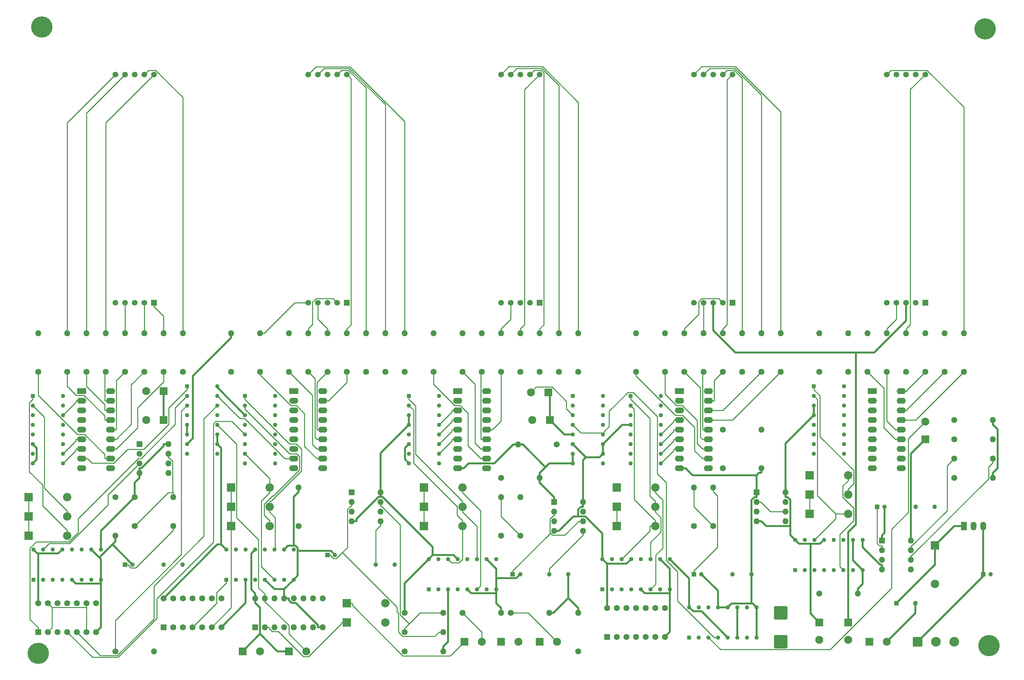
<source format=gbr>
%TF.GenerationSoftware,KiCad,Pcbnew,(6.0.2)*%
%TF.CreationDate,2022-04-29T17:00:25+02:00*%
%TF.ProjectId,Kniffel_V1,4b6e6966-6665-46c5-9f56-312e6b696361,rev?*%
%TF.SameCoordinates,Original*%
%TF.FileFunction,Copper,L2,Bot*%
%TF.FilePolarity,Positive*%
%FSLAX46Y46*%
G04 Gerber Fmt 4.6, Leading zero omitted, Abs format (unit mm)*
G04 Created by KiCad (PCBNEW (6.0.2)) date 2022-04-29 17:00:25*
%MOMM*%
%LPD*%
G01*
G04 APERTURE LIST*
G04 Aperture macros list*
%AMRoundRect*
0 Rectangle with rounded corners*
0 $1 Rounding radius*
0 $2 $3 $4 $5 $6 $7 $8 $9 X,Y pos of 4 corners*
0 Add a 4 corners polygon primitive as box body*
4,1,4,$2,$3,$4,$5,$6,$7,$8,$9,$2,$3,0*
0 Add four circle primitives for the rounded corners*
1,1,$1+$1,$2,$3*
1,1,$1+$1,$4,$5*
1,1,$1+$1,$6,$7*
1,1,$1+$1,$8,$9*
0 Add four rect primitives between the rounded corners*
20,1,$1+$1,$2,$3,$4,$5,0*
20,1,$1+$1,$4,$5,$6,$7,0*
20,1,$1+$1,$6,$7,$8,$9,0*
20,1,$1+$1,$8,$9,$2,$3,0*%
G04 Aperture macros list end*
%TA.AperFunction,ComponentPad*%
%ADD10C,5.600000*%
%TD*%
%TA.AperFunction,ComponentPad*%
%ADD11C,1.600000*%
%TD*%
%TA.AperFunction,ComponentPad*%
%ADD12O,1.600000X1.600000*%
%TD*%
%TA.AperFunction,ComponentPad*%
%ADD13RoundRect,0.250002X-1.499998X-1.499998X1.499998X-1.499998X1.499998X1.499998X-1.499998X1.499998X0*%
%TD*%
%TA.AperFunction,ComponentPad*%
%ADD14R,1.130000X1.130000*%
%TD*%
%TA.AperFunction,ComponentPad*%
%ADD15C,1.130000*%
%TD*%
%TA.AperFunction,ComponentPad*%
%ADD16RoundRect,0.250001X-0.799999X0.799999X-0.799999X-0.799999X0.799999X-0.799999X0.799999X0.799999X0*%
%TD*%
%TA.AperFunction,ComponentPad*%
%ADD17C,2.100000*%
%TD*%
%TA.AperFunction,ComponentPad*%
%ADD18R,2.400000X1.600000*%
%TD*%
%TA.AperFunction,ComponentPad*%
%ADD19O,2.400000X1.600000*%
%TD*%
%TA.AperFunction,ComponentPad*%
%ADD20R,2.200000X2.200000*%
%TD*%
%TA.AperFunction,ComponentPad*%
%ADD21O,2.200000X2.200000*%
%TD*%
%TA.AperFunction,ComponentPad*%
%ADD22R,1.600000X1.600000*%
%TD*%
%TA.AperFunction,ComponentPad*%
%ADD23C,1.200000*%
%TD*%
%TA.AperFunction,ComponentPad*%
%ADD24RoundRect,0.249999X-1.025001X-1.025001X1.025001X-1.025001X1.025001X1.025001X-1.025001X1.025001X0*%
%TD*%
%TA.AperFunction,ComponentPad*%
%ADD25C,2.550000*%
%TD*%
%TA.AperFunction,ComponentPad*%
%ADD26RoundRect,0.250001X-0.799999X-0.799999X0.799999X-0.799999X0.799999X0.799999X-0.799999X0.799999X0*%
%TD*%
%TA.AperFunction,ComponentPad*%
%ADD27RoundRect,0.250001X0.799999X0.799999X-0.799999X0.799999X-0.799999X-0.799999X0.799999X-0.799999X0*%
%TD*%
%TA.AperFunction,ComponentPad*%
%ADD28R,1.150000X1.150000*%
%TD*%
%TA.AperFunction,ComponentPad*%
%ADD29C,1.150000*%
%TD*%
%TA.AperFunction,ComponentPad*%
%ADD30R,1.500000X2.300000*%
%TD*%
%TA.AperFunction,ComponentPad*%
%ADD31O,1.500000X2.300000*%
%TD*%
%TA.AperFunction,ComponentPad*%
%ADD32RoundRect,0.250001X0.799999X-0.799999X0.799999X0.799999X-0.799999X0.799999X-0.799999X-0.799999X0*%
%TD*%
%TA.AperFunction,ComponentPad*%
%ADD33R,1.275000X1.275000*%
%TD*%
%TA.AperFunction,ComponentPad*%
%ADD34C,1.275000*%
%TD*%
%TA.AperFunction,ComponentPad*%
%ADD35R,1.500000X1.500000*%
%TD*%
%TA.AperFunction,ComponentPad*%
%ADD36C,1.500000*%
%TD*%
%TA.AperFunction,Conductor*%
%ADD37C,0.500000*%
%TD*%
%TA.AperFunction,Conductor*%
%ADD38C,0.250000*%
%TD*%
G04 APERTURE END LIST*
D10*
%TO.P,REF2,1*%
%TO.N,N/C*%
X282500000Y-26500000D03*
%TD*%
%TO.P,REF1,1*%
%TO.N,N/C*%
X34000000Y-26000000D03*
%TD*%
%TO.P,REF4,1*%
%TO.N,N/C*%
X33000000Y-191000000D03*
%TD*%
%TO.P,REF3,1*%
%TO.N,N/C*%
X283500000Y-189000000D03*
%TD*%
D11*
%TO.P,R50,1*%
%TO.N,Net-(R50-Pad1)*%
X198120000Y-116840000D03*
D12*
%TO.P,R50,2*%
%TO.N,Net-(DS4-Pad1)*%
X198120000Y-106680000D03*
%TD*%
D11*
%TO.P,R47,1*%
%TO.N,Net-(R47-Pad1)*%
X165100000Y-116840000D03*
D12*
%TO.P,R47,2*%
%TO.N,Net-(DS3-Pad9)*%
X165100000Y-106680000D03*
%TD*%
D11*
%TO.P,R37,1*%
%TO.N,Net-(R37-Pad1)*%
X91440000Y-116840000D03*
D12*
%TO.P,R37,2*%
%TO.N,Net-(DS2-Pad5)*%
X91440000Y-106680000D03*
%TD*%
D13*
%TO.P,J1,1,Pin_1*%
%TO.N,Net-(D1-Pad2)*%
X228600000Y-180340000D03*
%TD*%
D11*
%TO.P,R18,1*%
%TO.N,+5V*%
X205740000Y-157480000D03*
D12*
%TO.P,R18,2*%
%TO.N,Net-(R18-Pad2)*%
X205740000Y-147320000D03*
%TD*%
D11*
%TO.P,R35,1*%
%TO.N,Net-(R35-Pad1)*%
X104140000Y-116840000D03*
D12*
%TO.P,R35,2*%
%TO.N,Net-(DS2-Pad2)*%
X104140000Y-106680000D03*
%TD*%
D14*
%TO.P,IC3,1,B_1*%
%TO.N,Net-(D6-Pad2)*%
X87470000Y-123190000D03*
D15*
%TO.P,IC3,2,C_1*%
%TO.N,Net-(D7-Pad2)*%
X87470000Y-125730000D03*
%TO.P,IC3,3,~{LT}*%
%TO.N,+5V*%
X87470000Y-128270000D03*
%TO.P,IC3,4,~{BL}*%
X87470000Y-130810000D03*
%TO.P,IC3,5,LE/~{STROBE}*%
%TO.N,/Dice1/D2Latch*%
X87470000Y-133350000D03*
%TO.P,IC3,6,D_1*%
%TO.N,GND*%
X87470000Y-135890000D03*
%TO.P,IC3,7,A_1*%
%TO.N,Net-(D5-Pad2)*%
X87470000Y-138430000D03*
%TO.P,IC3,8,VSS*%
%TO.N,GND*%
X87470000Y-140970000D03*
%TO.P,IC3,9,E*%
%TO.N,Net-(IC3-Pad9)*%
X95410000Y-140970000D03*
%TO.P,IC3,10,D_2*%
%TO.N,Net-(IC3-Pad10)*%
X95410000Y-138430000D03*
%TO.P,IC3,11,C_2*%
%TO.N,Net-(IC3-Pad11)*%
X95410000Y-135890000D03*
%TO.P,IC3,12,B_2*%
%TO.N,Net-(IC3-Pad12)*%
X95410000Y-133350000D03*
%TO.P,IC3,13,A_2*%
%TO.N,Net-(IC3-Pad13)*%
X95410000Y-130810000D03*
%TO.P,IC3,14,G*%
%TO.N,Net-(IC3-Pad14)*%
X95410000Y-128270000D03*
%TO.P,IC3,15,F*%
%TO.N,Net-(IC3-Pad15)*%
X95410000Y-125730000D03*
%TO.P,IC3,16,VDD*%
%TO.N,+5V*%
X95410000Y-123190000D03*
%TD*%
D16*
%TO.P,J6,1,Pin_1*%
%TO.N,+10V*%
X246380000Y-182880000D03*
D17*
%TO.P,J6,2,Pin_2*%
%TO.N,GND*%
X246380000Y-187480000D03*
%TD*%
D11*
%TO.P,R10,1*%
%TO.N,/Dice1/D2*%
X101600000Y-157480000D03*
D12*
%TO.P,R10,2*%
%TO.N,GND*%
X101600000Y-147320000D03*
%TD*%
D18*
%TO.P,U17,1,I1*%
%TO.N,Net-(IC3-Pad15)*%
X100315000Y-121930000D03*
D19*
%TO.P,U17,2,I2*%
%TO.N,Net-(IC3-Pad14)*%
X100315000Y-124470000D03*
%TO.P,U17,3,I3*%
%TO.N,Net-(IC3-Pad13)*%
X100315000Y-127010000D03*
%TO.P,U17,4,I4*%
%TO.N,Net-(IC3-Pad12)*%
X100315000Y-129550000D03*
%TO.P,U17,5,I5*%
%TO.N,Net-(IC3-Pad11)*%
X100315000Y-132090000D03*
%TO.P,U17,6,I6*%
%TO.N,Net-(IC3-Pad10)*%
X100315000Y-134630000D03*
%TO.P,U17,7,I7*%
%TO.N,Net-(IC3-Pad9)*%
X100315000Y-137170000D03*
%TO.P,U17,8,I8*%
%TO.N,/Dice1/D2Q*%
X100315000Y-139710000D03*
%TO.P,U17,9,GND*%
%TO.N,GND*%
X100315000Y-142250000D03*
%TO.P,U17,10,COM*%
%TO.N,unconnected-(U17-Pad10)*%
X107935000Y-142250000D03*
%TO.P,U17,11,O8*%
%TO.N,Net-(R37-Pad1)*%
X107935000Y-139710000D03*
%TO.P,U17,12,O7*%
%TO.N,Net-(R34-Pad1)*%
X107935000Y-137170000D03*
%TO.P,U17,13,O6*%
%TO.N,Net-(R35-Pad1)*%
X107935000Y-134630000D03*
%TO.P,U17,14,O5*%
%TO.N,Net-(R36-Pad1)*%
X107935000Y-132090000D03*
%TO.P,U17,15,O4*%
%TO.N,Net-(R41-Pad1)*%
X107935000Y-129550000D03*
%TO.P,U17,16,O3*%
%TO.N,Net-(R40-Pad1)*%
X107935000Y-127010000D03*
%TO.P,U17,17,O2*%
%TO.N,Net-(R38-Pad1)*%
X107935000Y-124470000D03*
%TO.P,U17,18,O1*%
%TO.N,Net-(R39-Pad1)*%
X107935000Y-121930000D03*
%TD*%
D16*
%TO.P,J5,1,Pin_1*%
%TO.N,+5V*%
X238760000Y-182880000D03*
D17*
%TO.P,J5,2,Pin_2*%
%TO.N,GND*%
X238760000Y-187480000D03*
%TD*%
D11*
%TO.P,R25,1*%
%TO.N,Net-(D14-Pad1)*%
X274320000Y-144780000D03*
D12*
%TO.P,R25,2*%
%TO.N,GND*%
X284480000Y-144780000D03*
%TD*%
D11*
%TO.P,R4,1*%
%TO.N,Net-(R3-Pad2)*%
X58420000Y-157480000D03*
D12*
%TO.P,R4,2*%
%TO.N,Net-(C4-Pad1)*%
X68580000Y-157480000D03*
%TD*%
D11*
%TO.P,R28,1*%
%TO.N,Net-(J7-Pad2)*%
X144780000Y-180340000D03*
D12*
%TO.P,R28,2*%
%TO.N,GND*%
X154940000Y-180340000D03*
%TD*%
D11*
%TO.P,R42,1*%
%TO.N,Net-(R42-Pad1)*%
X144780000Y-116840000D03*
D12*
%TO.P,R42,2*%
%TO.N,Net-(DS3-Pad1)*%
X144780000Y-106680000D03*
%TD*%
D11*
%TO.P,R60,1*%
%TO.N,Net-(R60-Pad1)*%
X238760000Y-116840000D03*
D12*
%TO.P,R60,2*%
%TO.N,Net-(DS5-Pad5)*%
X238760000Y-106680000D03*
%TD*%
D11*
%TO.P,R15,1*%
%TO.N,/Dice1/D3*%
X154940000Y-144780000D03*
D12*
%TO.P,R15,2*%
%TO.N,GND*%
X165100000Y-144780000D03*
%TD*%
D11*
%TO.P,R11,1*%
%TO.N,Net-(R11-Pad1)*%
X66040000Y-116840000D03*
D12*
%TO.P,R11,2*%
%TO.N,Net-(DS1-Pad1)*%
X66040000Y-106680000D03*
%TD*%
D11*
%TO.P,R20,1*%
%TO.N,/Dice1/D4*%
X213360000Y-132080000D03*
D12*
%TO.P,R20,2*%
%TO.N,GND*%
X223520000Y-132080000D03*
%TD*%
D11*
%TO.P,R3,1*%
%TO.N,+5V*%
X58420000Y-149860000D03*
D12*
%TO.P,R3,2*%
%TO.N,Net-(R3-Pad2)*%
X68580000Y-149860000D03*
%TD*%
D20*
%TO.P,D18,1,K*%
%TO.N,Net-(D17-Pad2)*%
X114300000Y-182880000D03*
D21*
%TO.P,D18,2,A*%
%TO.N,Net-(D18-Pad2)*%
X124460000Y-182880000D03*
%TD*%
D14*
%TO.P,IC5,1,B_1*%
%TO.N,Net-(D9-Pad2)*%
X130650000Y-123190000D03*
D15*
%TO.P,IC5,2,C_1*%
%TO.N,Net-(D10-Pad2)*%
X130650000Y-125730000D03*
%TO.P,IC5,3,~{LT}*%
%TO.N,+5V*%
X130650000Y-128270000D03*
%TO.P,IC5,4,~{BL}*%
X130650000Y-130810000D03*
%TO.P,IC5,5,LE/~{STROBE}*%
%TO.N,/Dice1/D3Latch*%
X130650000Y-133350000D03*
%TO.P,IC5,6,D_1*%
%TO.N,GND*%
X130650000Y-135890000D03*
%TO.P,IC5,7,A_1*%
%TO.N,Net-(D8-Pad2)*%
X130650000Y-138430000D03*
%TO.P,IC5,8,VSS*%
%TO.N,GND*%
X130650000Y-140970000D03*
%TO.P,IC5,9,E*%
%TO.N,Net-(IC5-Pad9)*%
X138590000Y-140970000D03*
%TO.P,IC5,10,D_2*%
%TO.N,Net-(IC5-Pad10)*%
X138590000Y-138430000D03*
%TO.P,IC5,11,C_2*%
%TO.N,Net-(IC5-Pad11)*%
X138590000Y-135890000D03*
%TO.P,IC5,12,B_2*%
%TO.N,Net-(IC5-Pad12)*%
X138590000Y-133350000D03*
%TO.P,IC5,13,A_2*%
%TO.N,Net-(IC5-Pad13)*%
X138590000Y-130810000D03*
%TO.P,IC5,14,G*%
%TO.N,Net-(IC5-Pad14)*%
X138590000Y-128270000D03*
%TO.P,IC5,15,F*%
%TO.N,Net-(IC5-Pad15)*%
X138590000Y-125730000D03*
%TO.P,IC5,16,VDD*%
%TO.N,+5V*%
X138590000Y-123190000D03*
%TD*%
D22*
%TO.P,U6,1,GND*%
%TO.N,GND*%
X115580000Y-148600000D03*
D12*
%TO.P,U6,2,TR*%
%TO.N,Net-(C6-Pad1)*%
X115580000Y-151140000D03*
%TO.P,U6,3,Q*%
%TO.N,Net-(U6-Pad3)*%
X115580000Y-153680000D03*
%TO.P,U6,4,R*%
%TO.N,+5V*%
X115580000Y-156220000D03*
%TO.P,U6,5,CV*%
%TO.N,Net-(C5-Pad1)*%
X123200000Y-156220000D03*
%TO.P,U6,6,THR*%
%TO.N,Net-(C6-Pad1)*%
X123200000Y-153680000D03*
%TO.P,U6,7,DIS*%
%TO.N,Net-(R8-Pad2)*%
X123200000Y-151140000D03*
%TO.P,U6,8,VCC*%
%TO.N,+5V*%
X123200000Y-148600000D03*
%TD*%
D23*
%TO.P,C3,1*%
%TO.N,Net-(C3-Pad1)*%
X66040000Y-167640000D03*
%TO.P,C3,2*%
%TO.N,GND*%
X71040000Y-167640000D03*
%TD*%
D11*
%TO.P,R2,1*%
%TO.N,Net-(IC1-Pad3)*%
X53340000Y-190500000D03*
D12*
%TO.P,R2,2*%
%TO.N,GND*%
X63500000Y-190500000D03*
%TD*%
D20*
%TO.P,D11,1,K*%
%TO.N,/Dice1/D4*%
X185420000Y-147320000D03*
D21*
%TO.P,D11,2,A*%
%TO.N,Net-(D11-Pad2)*%
X195580000Y-147320000D03*
%TD*%
D14*
%TO.P,IC8,1,B_1*%
%TO.N,Net-(D15-Pad2)*%
X237330000Y-120650000D03*
D15*
%TO.P,IC8,2,C_1*%
%TO.N,Net-(D16-Pad2)*%
X237330000Y-123190000D03*
%TO.P,IC8,3,~{LT}*%
%TO.N,+5V*%
X237330000Y-125730000D03*
%TO.P,IC8,4,~{BL}*%
X237330000Y-128270000D03*
%TO.P,IC8,5,LE/~{STROBE}*%
%TO.N,D5 Latch*%
X237330000Y-130810000D03*
%TO.P,IC8,6,D_1*%
%TO.N,GND*%
X237330000Y-133350000D03*
%TO.P,IC8,7,A_1*%
%TO.N,Net-(D14-Pad2)*%
X237330000Y-135890000D03*
%TO.P,IC8,8,VSS*%
%TO.N,GND*%
X237330000Y-138430000D03*
%TO.P,IC8,9,E*%
%TO.N,Net-(IC8-Pad9)*%
X245270000Y-138430000D03*
%TO.P,IC8,10,D_2*%
%TO.N,Net-(IC8-Pad10)*%
X245270000Y-135890000D03*
%TO.P,IC8,11,C_2*%
%TO.N,Net-(IC8-Pad11)*%
X245270000Y-133350000D03*
%TO.P,IC8,12,B_2*%
%TO.N,Net-(IC8-Pad12)*%
X245270000Y-130810000D03*
%TO.P,IC8,13,A_2*%
%TO.N,Net-(IC8-Pad13)*%
X245270000Y-128270000D03*
%TO.P,IC8,14,G*%
%TO.N,Net-(IC8-Pad14)*%
X245270000Y-125730000D03*
%TO.P,IC8,15,F*%
%TO.N,Net-(IC8-Pad15)*%
X245270000Y-123190000D03*
%TO.P,IC8,16,VDD*%
%TO.N,+5V*%
X245270000Y-120650000D03*
%TD*%
D11*
%TO.P,R54,1*%
%TO.N,Net-(R54-Pad1)*%
X213360000Y-116840000D03*
D12*
%TO.P,R54,2*%
%TO.N,Net-(DS4-Pad10)*%
X213360000Y-106680000D03*
%TD*%
D20*
%TO.P,D1,1,K*%
%TO.N,Net-(C1-Pad1)*%
X269240000Y-162560000D03*
D21*
%TO.P,D1,2,A*%
%TO.N,Net-(D1-Pad2)*%
X269240000Y-172720000D03*
%TD*%
D14*
%TO.P,IC2,1,B_1*%
%TO.N,Net-(D3-Pad2)*%
X31590000Y-123190000D03*
D15*
%TO.P,IC2,2,C_1*%
%TO.N,Net-(D4-Pad2)*%
X31590000Y-125730000D03*
%TO.P,IC2,3,~{LT}*%
%TO.N,+5V*%
X31590000Y-128270000D03*
%TO.P,IC2,4,~{BL}*%
X31590000Y-130810000D03*
%TO.P,IC2,5,LE/~{STROBE}*%
%TO.N,Net-(IC2-Pad5)*%
X31590000Y-133350000D03*
%TO.P,IC2,6,D_1*%
%TO.N,GND*%
X31590000Y-135890000D03*
%TO.P,IC2,7,A_1*%
%TO.N,Net-(D2-Pad2)*%
X31590000Y-138430000D03*
%TO.P,IC2,8,VSS*%
%TO.N,GND*%
X31590000Y-140970000D03*
%TO.P,IC2,9,E*%
%TO.N,Net-(IC2-Pad9)*%
X39530000Y-140970000D03*
%TO.P,IC2,10,D_2*%
%TO.N,Net-(IC2-Pad10)*%
X39530000Y-138430000D03*
%TO.P,IC2,11,C_2*%
%TO.N,Net-(IC2-Pad11)*%
X39530000Y-135890000D03*
%TO.P,IC2,12,B_2*%
%TO.N,Net-(IC2-Pad12)*%
X39530000Y-133350000D03*
%TO.P,IC2,13,A_2*%
%TO.N,Net-(IC2-Pad13)*%
X39530000Y-130810000D03*
%TO.P,IC2,14,G*%
%TO.N,Net-(IC2-Pad14)*%
X39530000Y-128270000D03*
%TO.P,IC2,15,F*%
%TO.N,Net-(IC2-Pad15)*%
X39530000Y-125730000D03*
%TO.P,IC2,16,VDD*%
%TO.N,+5V*%
X39530000Y-123190000D03*
%TD*%
D20*
%TO.P,D3,1,K*%
%TO.N,Net-(D2-Pad1)*%
X30480000Y-160020000D03*
D21*
%TO.P,D3,2,A*%
%TO.N,Net-(D3-Pad2)*%
X40640000Y-160020000D03*
%TD*%
D22*
%TO.P,U10,1,GND*%
%TO.N,GND*%
X222260000Y-148600000D03*
D12*
%TO.P,U10,2,TR*%
%TO.N,Net-(C10-Pad1)*%
X222260000Y-151140000D03*
%TO.P,U10,3,Q*%
%TO.N,Net-(U10-Pad3)*%
X222260000Y-153680000D03*
%TO.P,U10,4,R*%
%TO.N,+5V*%
X222260000Y-156220000D03*
%TO.P,U10,5,CV*%
%TO.N,Net-(C9-Pad1)*%
X229880000Y-156220000D03*
%TO.P,U10,6,THR*%
%TO.N,Net-(C10-Pad1)*%
X229880000Y-153680000D03*
%TO.P,U10,7,DIS*%
%TO.N,Net-(R18-Pad2)*%
X229880000Y-151140000D03*
%TO.P,U10,8,VCC*%
%TO.N,+5V*%
X229880000Y-148600000D03*
%TD*%
D24*
%TO.P,J4,1,Pin_1*%
%TO.N,Net-(C2-Pad1)*%
X264720000Y-187960000D03*
D25*
%TO.P,J4,2,Pin_2*%
%TO.N,+5V*%
X269520000Y-187960000D03*
%TO.P,J4,3,Pin_3*%
%TO.N,Net-(J3-Pad1)*%
X274320000Y-187960000D03*
%TD*%
D23*
%TO.P,C11,1*%
%TO.N,Net-(C11-Pad1)*%
X264160000Y-152400000D03*
%TO.P,C11,2*%
%TO.N,GND*%
X269160000Y-152400000D03*
%TD*%
D26*
%TO.P,J7,1,Pin_1*%
%TO.N,Net-(D17-Pad1)*%
X145260000Y-187960000D03*
D17*
%TO.P,J7,2,Pin_2*%
%TO.N,Net-(J7-Pad2)*%
X149860000Y-187960000D03*
%TD*%
D11*
%TO.P,R26,1*%
%TO.N,Net-(R26-Pad1)*%
X50800000Y-116840000D03*
D12*
%TO.P,R26,2*%
%TO.N,Net-(DS1-Pad10)*%
X50800000Y-106680000D03*
%TD*%
D27*
%TO.P,J11,1,Pin_1*%
%TO.N,+5V*%
X66040000Y-121920000D03*
D17*
%TO.P,J11,2,Pin_2*%
%TO.N,Net-(IC1-Pad3)*%
X61440000Y-121920000D03*
%TD*%
D20*
%TO.P,D10,1,K*%
%TO.N,/Dice1/D3*%
X134620000Y-157480000D03*
D21*
%TO.P,D10,2,A*%
%TO.N,Net-(D10-Pad2)*%
X144780000Y-157480000D03*
%TD*%
D14*
%TO.P,U7,1,PE*%
%TO.N,/Dice1/D2R*%
X82550000Y-171610000D03*
D15*
%TO.P,U7,2,Q4*%
%TO.N,unconnected-(U7-Pad2)*%
X85090000Y-171610000D03*
%TO.P,U7,3,J4*%
%TO.N,GND*%
X87630000Y-171610000D03*
%TO.P,U7,4,J1*%
X90170000Y-171610000D03*
%TO.P,U7,5,Cin*%
X92710000Y-171610000D03*
%TO.P,U7,6,Q1*%
%TO.N,Net-(D5-Pad2)*%
X95250000Y-171610000D03*
%TO.P,U7,7,Cout*%
%TO.N,unconnected-(U7-Pad7)*%
X97790000Y-171610000D03*
%TO.P,U7,8,VSS*%
%TO.N,GND*%
X100330000Y-171610000D03*
%TO.P,U7,9,B/D*%
%TO.N,+5V*%
X100330000Y-163670000D03*
%TO.P,U7,10,U/D*%
%TO.N,GND*%
X97790000Y-163670000D03*
%TO.P,U7,11,Q2*%
%TO.N,Net-(D6-Pad2)*%
X95250000Y-163670000D03*
%TO.P,U7,12,J2*%
%TO.N,+5V*%
X92710000Y-163670000D03*
%TO.P,U7,13,J3*%
X90170000Y-163670000D03*
%TO.P,U7,14,Q3*%
%TO.N,Net-(D7-Pad2)*%
X87630000Y-163670000D03*
%TO.P,U7,15,CK*%
%TO.N,Net-(U6-Pad3)*%
X85090000Y-163670000D03*
%TO.P,U7,16,VDD*%
%TO.N,+5V*%
X82550000Y-163670000D03*
%TD*%
D20*
%TO.P,D7,1,K*%
%TO.N,/Dice1/D2*%
X83820000Y-157480000D03*
D21*
%TO.P,D7,2,A*%
%TO.N,Net-(D7-Pad2)*%
X93980000Y-157480000D03*
%TD*%
D11*
%TO.P,R34,1*%
%TO.N,Net-(R34-Pad1)*%
X99060000Y-116840000D03*
D12*
%TO.P,R34,2*%
%TO.N,Net-(DS2-Pad1)*%
X99060000Y-106680000D03*
%TD*%
D26*
%TO.P,J10,1,Pin_1*%
%TO.N,+5V*%
X86840000Y-190500000D03*
D17*
%TO.P,J10,2,Pin_2*%
%TO.N,/Dice1/Roll*%
X91440000Y-190500000D03*
%TD*%
D18*
%TO.P,U19,1,I1*%
%TO.N,Net-(IC6-Pad15)*%
X201915000Y-121930000D03*
D19*
%TO.P,U19,2,I2*%
%TO.N,Net-(IC6-Pad14)*%
X201915000Y-124470000D03*
%TO.P,U19,3,I3*%
%TO.N,Net-(IC6-Pad13)*%
X201915000Y-127010000D03*
%TO.P,U19,4,I4*%
%TO.N,Net-(IC6-Pad12)*%
X201915000Y-129550000D03*
%TO.P,U19,5,I5*%
%TO.N,Net-(IC6-Pad11)*%
X201915000Y-132090000D03*
%TO.P,U19,6,I6*%
%TO.N,Net-(IC6-Pad10)*%
X201915000Y-134630000D03*
%TO.P,U19,7,I7*%
%TO.N,Net-(IC6-Pad9)*%
X201915000Y-137170000D03*
%TO.P,U19,8,I8*%
%TO.N,/Dice3/D4Q*%
X201915000Y-139710000D03*
%TO.P,U19,9,GND*%
%TO.N,GND*%
X201915000Y-142250000D03*
%TO.P,U19,10,COM*%
%TO.N,unconnected-(U19-Pad10)*%
X209535000Y-142250000D03*
%TO.P,U19,11,O8*%
%TO.N,Net-(R53-Pad1)*%
X209535000Y-139710000D03*
%TO.P,U19,12,O7*%
%TO.N,Net-(R50-Pad1)*%
X209535000Y-137170000D03*
%TO.P,U19,13,O6*%
%TO.N,Net-(R51-Pad1)*%
X209535000Y-134630000D03*
%TO.P,U19,14,O5*%
%TO.N,Net-(R52-Pad1)*%
X209535000Y-132090000D03*
%TO.P,U19,15,O4*%
%TO.N,Net-(R57-Pad1)*%
X209535000Y-129550000D03*
%TO.P,U19,16,O3*%
%TO.N,Net-(R56-Pad1)*%
X209535000Y-127010000D03*
%TO.P,U19,17,O2*%
%TO.N,Net-(R54-Pad1)*%
X209535000Y-124470000D03*
%TO.P,U19,18,O1*%
%TO.N,Net-(R55-Pad1)*%
X209535000Y-121930000D03*
%TD*%
D11*
%TO.P,R41,1*%
%TO.N,Net-(R41-Pad1)*%
X129540000Y-116840000D03*
D12*
%TO.P,R41,2*%
%TO.N,Net-(DS2-Pad6)*%
X129540000Y-106680000D03*
%TD*%
D11*
%TO.P,R38,1*%
%TO.N,Net-(R38-Pad1)*%
X114300000Y-116840000D03*
D12*
%TO.P,R38,2*%
%TO.N,Net-(DS2-Pad10)*%
X114300000Y-106680000D03*
%TD*%
D14*
%TO.P,IC4,1,Q2*%
%TO.N,Net-(IC4-Pad1)*%
X173830000Y-123190000D03*
D15*
%TO.P,IC4,2,~{Q2}*%
%TO.N,/Dice1/D3Hold*%
X173830000Y-125730000D03*
%TO.P,IC4,3,CLOCK2*%
%TO.N,Net-(IC4-Pad3)*%
X173830000Y-128270000D03*
%TO.P,IC4,4,RESET2*%
%TO.N,Reset*%
X173830000Y-130810000D03*
%TO.P,IC4,5,K2*%
%TO.N,+5V*%
X173830000Y-133350000D03*
%TO.P,IC4,6,J2*%
X173830000Y-135890000D03*
%TO.P,IC4,7,SET2*%
%TO.N,GND*%
X173830000Y-138430000D03*
%TO.P,IC4,8,VSS*%
X173830000Y-140970000D03*
%TO.P,IC4,9,SET1*%
X181770000Y-140970000D03*
%TO.P,IC4,10,J1*%
%TO.N,+5V*%
X181770000Y-138430000D03*
%TO.P,IC4,11,K1*%
X181770000Y-135890000D03*
%TO.P,IC4,12,RESET1*%
%TO.N,Reset*%
X181770000Y-133350000D03*
%TO.P,IC4,13,CLOCK1*%
%TO.N,/Dice3/D4Set*%
X181770000Y-130810000D03*
%TO.P,IC4,14,~{Q1}*%
%TO.N,/Dice1/D4Hold*%
X181770000Y-128270000D03*
%TO.P,IC4,15,Q1*%
%TO.N,/Dice3/D4Q*%
X181770000Y-125730000D03*
%TO.P,IC4,16,VDD*%
%TO.N,+5V*%
X181770000Y-123190000D03*
%TD*%
D11*
%TO.P,R45,1*%
%TO.N,Net-(R45-Pad1)*%
X137160000Y-116840000D03*
D12*
%TO.P,R45,2*%
%TO.N,Net-(DS3-Pad5)*%
X137160000Y-106680000D03*
%TD*%
D11*
%TO.P,R40,1*%
%TO.N,Net-(R40-Pad1)*%
X124460000Y-116840000D03*
D12*
%TO.P,R40,2*%
%TO.N,Net-(DS2-Pad7)*%
X124460000Y-106680000D03*
%TD*%
D11*
%TO.P,R63,1*%
%TO.N,Net-(R63-Pad1)*%
X266700000Y-116840000D03*
D12*
%TO.P,R63,2*%
%TO.N,Net-(DS5-Pad9)*%
X266700000Y-106680000D03*
%TD*%
D11*
%TO.P,R51,1*%
%TO.N,Net-(R51-Pad1)*%
X203200000Y-116840000D03*
D12*
%TO.P,R51,2*%
%TO.N,Net-(DS4-Pad2)*%
X203200000Y-106680000D03*
%TD*%
D11*
%TO.P,R62,1*%
%TO.N,Net-(R62-Pad1)*%
X261620000Y-116840000D03*
D12*
%TO.P,R62,2*%
%TO.N,Net-(DS5-Pad10)*%
X261620000Y-106680000D03*
%TD*%
D11*
%TO.P,R58,1*%
%TO.N,Net-(R58-Pad1)*%
X246380000Y-116840000D03*
D12*
%TO.P,R58,2*%
%TO.N,Net-(DS5-Pad1)*%
X246380000Y-106680000D03*
%TD*%
D20*
%TO.P,D16,1,K*%
%TO.N,Net-(D14-Pad1)*%
X236220000Y-154270000D03*
D21*
%TO.P,D16,2,A*%
%TO.N,Net-(D16-Pad2)*%
X246380000Y-154270000D03*
%TD*%
D18*
%TO.P,U20,1,I1*%
%TO.N,Net-(IC8-Pad15)*%
X252715000Y-121930000D03*
D19*
%TO.P,U20,2,I2*%
%TO.N,Net-(IC8-Pad14)*%
X252715000Y-124470000D03*
%TO.P,U20,3,I3*%
%TO.N,Net-(IC8-Pad13)*%
X252715000Y-127010000D03*
%TO.P,U20,4,I4*%
%TO.N,Net-(IC8-Pad12)*%
X252715000Y-129550000D03*
%TO.P,U20,5,I5*%
%TO.N,Net-(IC8-Pad11)*%
X252715000Y-132090000D03*
%TO.P,U20,6,I6*%
%TO.N,Net-(IC8-Pad10)*%
X252715000Y-134630000D03*
%TO.P,U20,7,I7*%
%TO.N,Net-(IC8-Pad9)*%
X252715000Y-137170000D03*
%TO.P,U20,8,I8*%
%TO.N,Net-(IC7-Pad1)*%
X252715000Y-139710000D03*
%TO.P,U20,9,GND*%
%TO.N,GND*%
X252715000Y-142250000D03*
%TO.P,U20,10,COM*%
%TO.N,unconnected-(U20-Pad10)*%
X260335000Y-142250000D03*
%TO.P,U20,11,O8*%
%TO.N,Net-(R60-Pad1)*%
X260335000Y-139710000D03*
%TO.P,U20,12,O7*%
%TO.N,Net-(R58-Pad1)*%
X260335000Y-137170000D03*
%TO.P,U20,13,O6*%
%TO.N,Net-(R59-Pad1)*%
X260335000Y-134630000D03*
%TO.P,U20,14,O5*%
%TO.N,Net-(R61-Pad1)*%
X260335000Y-132090000D03*
%TO.P,U20,15,O4*%
%TO.N,Net-(R65-Pad1)*%
X260335000Y-129550000D03*
%TO.P,U20,16,O3*%
%TO.N,Net-(R64-Pad1)*%
X260335000Y-127010000D03*
%TO.P,U20,17,O2*%
%TO.N,Net-(R62-Pad1)*%
X260335000Y-124470000D03*
%TO.P,U20,18,O1*%
%TO.N,Net-(R63-Pad1)*%
X260335000Y-121930000D03*
%TD*%
D13*
%TO.P,J2,1,Pin_1*%
%TO.N,GND*%
X228600000Y-187960000D03*
%TD*%
D11*
%TO.P,R16,1*%
%TO.N,Net-(R16-Pad1)*%
X33020000Y-116840000D03*
D12*
%TO.P,R16,2*%
%TO.N,Net-(DS1-Pad5)*%
X33020000Y-106680000D03*
%TD*%
D28*
%TO.P,C2,1*%
%TO.N,Net-(C2-Pad1)*%
X281940000Y-170180000D03*
D29*
%TO.P,C2,2*%
%TO.N,GND*%
X283940000Y-170180000D03*
%TD*%
D11*
%TO.P,R65,1*%
%TO.N,Net-(R65-Pad1)*%
X276860000Y-116840000D03*
D12*
%TO.P,R65,2*%
%TO.N,Net-(DS5-Pad6)*%
X276860000Y-106680000D03*
%TD*%
D11*
%TO.P,R56,1*%
%TO.N,Net-(R56-Pad1)*%
X223520000Y-116840000D03*
D12*
%TO.P,R56,2*%
%TO.N,Net-(DS4-Pad7)*%
X223520000Y-106680000D03*
%TD*%
D28*
%TO.P,C4,1*%
%TO.N,Net-(C4-Pad1)*%
X55880000Y-167640000D03*
D29*
%TO.P,C4,2*%
%TO.N,GND*%
X57880000Y-167640000D03*
%TD*%
D11*
%TO.P,R55,1*%
%TO.N,Net-(R55-Pad1)*%
X218440000Y-116840000D03*
D12*
%TO.P,R55,2*%
%TO.N,Net-(DS4-Pad9)*%
X218440000Y-106680000D03*
%TD*%
D11*
%TO.P,R30,1*%
%TO.N,Net-(J9-Pad2)*%
X157480000Y-180340000D03*
D12*
%TO.P,R30,2*%
%TO.N,GND*%
X167640000Y-180340000D03*
%TD*%
D22*
%TO.P,U4,1,A*%
%TO.N,Net-(IC1-Pad2)*%
X33020000Y-185420000D03*
D11*
%TO.P,U4,2,B*%
%TO.N,/Dice1/Roll*%
X35560000Y-185420000D03*
%TO.P,U4,3,J*%
%TO.N,Net-(IC2-Pad5)*%
X38100000Y-185420000D03*
%TO.P,U4,4,K*%
%TO.N,/Dice1/D2Latch*%
X40640000Y-185420000D03*
%TO.P,U4,5,C*%
%TO.N,/Dice1/D2Hold*%
X43180000Y-185420000D03*
%TO.P,U4,6,D*%
%TO.N,/Dice1/Roll*%
X45720000Y-185420000D03*
%TO.P,U4,7,VCC*%
%TO.N,GND*%
X48260000Y-185420000D03*
%TO.P,U4,8,E*%
%TO.N,/Dice1/D3Hold*%
X48260000Y-177800000D03*
%TO.P,U4,9,F*%
%TO.N,/Dice1/Roll*%
X45720000Y-177800000D03*
%TO.P,U4,10,L*%
%TO.N,/Dice1/D3Latch*%
X43180000Y-177800000D03*
%TO.P,U4,11,M*%
%TO.N,/Dice1/D4Latch*%
X40640000Y-177800000D03*
%TO.P,U4,12,G*%
%TO.N,/Dice1/D4Hold*%
X38100000Y-177800000D03*
%TO.P,U4,13,H*%
%TO.N,/Dice1/Roll*%
X35560000Y-177800000D03*
%TO.P,U4,14,VDD*%
%TO.N,+5V*%
X33020000Y-177800000D03*
%TD*%
%TO.P,R59,1*%
%TO.N,Net-(R59-Pad1)*%
X251460000Y-116840000D03*
D12*
%TO.P,R59,2*%
%TO.N,Net-(DS5-Pad2)*%
X251460000Y-106680000D03*
%TD*%
D20*
%TO.P,D8,1,K*%
%TO.N,/Dice1/D3*%
X134620000Y-147320000D03*
D21*
%TO.P,D8,2,A*%
%TO.N,Net-(D8-Pad2)*%
X144780000Y-147320000D03*
%TD*%
D22*
%TO.P,U15,1,Q5*%
%TO.N,unconnected-(U15-Pad1)*%
X90185000Y-184140000D03*
D12*
%TO.P,U15,2,Q1*%
%TO.N,Net-(D17-Pad2)*%
X92725000Y-184140000D03*
%TO.P,U15,3,Q0*%
%TO.N,Net-(D17-Pad1)*%
X95265000Y-184140000D03*
%TO.P,U15,4,Q2*%
%TO.N,Net-(D18-Pad2)*%
X97805000Y-184140000D03*
%TO.P,U15,5,Q6*%
%TO.N,unconnected-(U15-Pad5)*%
X100345000Y-184140000D03*
%TO.P,U15,6,Q7*%
%TO.N,unconnected-(U15-Pad6)*%
X102885000Y-184140000D03*
%TO.P,U15,7,Q3*%
%TO.N,unconnected-(U15-Pad7)*%
X105425000Y-184140000D03*
%TO.P,U15,8,VSS*%
%TO.N,GND*%
X107965000Y-184140000D03*
%TO.P,U15,9,Q8*%
%TO.N,unconnected-(U15-Pad9)*%
X107965000Y-176520000D03*
%TO.P,U15,10,Q4*%
%TO.N,unconnected-(U15-Pad10)*%
X105425000Y-176520000D03*
%TO.P,U15,11,Q9*%
%TO.N,unconnected-(U15-Pad11)*%
X102885000Y-176520000D03*
%TO.P,U15,12,Cout*%
%TO.N,unconnected-(U15-Pad12)*%
X100345000Y-176520000D03*
%TO.P,U15,13,CKEN*%
%TO.N,GND*%
X97805000Y-176520000D03*
%TO.P,U15,14,CLK*%
%TO.N,/Dice1/Roll*%
X95265000Y-176520000D03*
%TO.P,U15,15,Reset*%
%TO.N,Reset*%
X92725000Y-176520000D03*
%TO.P,U15,16,VDD*%
%TO.N,+5V*%
X90185000Y-176520000D03*
%TD*%
D11*
%TO.P,R9,1*%
%TO.N,Net-(R8-Pad2)*%
X129540000Y-185420000D03*
D12*
%TO.P,R9,2*%
%TO.N,Net-(C6-Pad1)*%
X139700000Y-185420000D03*
%TD*%
D20*
%TO.P,D6,1,K*%
%TO.N,/Dice1/D2*%
X83820000Y-152400000D03*
D21*
%TO.P,D6,2,A*%
%TO.N,Net-(D6-Pad2)*%
X93980000Y-152400000D03*
%TD*%
D11*
%TO.P,R22,1*%
%TO.N,Net-(IC7-Pad3)*%
X274320000Y-129540000D03*
D12*
%TO.P,R22,2*%
%TO.N,GND*%
X284480000Y-129540000D03*
%TD*%
D20*
%TO.P,D13,1,K*%
%TO.N,/Dice1/D4*%
X185420000Y-157480000D03*
D21*
%TO.P,D13,2,A*%
%TO.N,Net-(D13-Pad2)*%
X195580000Y-157480000D03*
%TD*%
D11*
%TO.P,R27,1*%
%TO.N,Reset*%
X238760000Y-175260000D03*
D12*
%TO.P,R27,2*%
%TO.N,GND*%
X248920000Y-175260000D03*
%TD*%
D22*
%TO.P,U2,1,GND*%
%TO.N,GND*%
X59700000Y-135900000D03*
D12*
%TO.P,U2,2,TR*%
%TO.N,Net-(C4-Pad1)*%
X59700000Y-138440000D03*
%TO.P,U2,3,Q*%
%TO.N,Net-(U2-Pad3)*%
X59700000Y-140980000D03*
%TO.P,U2,4,R*%
%TO.N,+5V*%
X59700000Y-143520000D03*
%TO.P,U2,5,CV*%
%TO.N,Net-(C3-Pad1)*%
X67320000Y-143520000D03*
%TO.P,U2,6,THR*%
%TO.N,Net-(C4-Pad1)*%
X67320000Y-140980000D03*
%TO.P,U2,7,DIS*%
%TO.N,Net-(R3-Pad2)*%
X67320000Y-138440000D03*
%TO.P,U2,8,VCC*%
%TO.N,+5V*%
X67320000Y-135900000D03*
%TD*%
D20*
%TO.P,D4,1,K*%
%TO.N,Net-(D2-Pad1)*%
X30480000Y-154940000D03*
D21*
%TO.P,D4,2,A*%
%TO.N,Net-(D4-Pad2)*%
X40640000Y-154940000D03*
%TD*%
D14*
%TO.P,U3,1,PE*%
%TO.N,Net-(U3-Pad1)*%
X31750000Y-171610000D03*
D15*
%TO.P,U3,2,Q4*%
%TO.N,unconnected-(U3-Pad2)*%
X34290000Y-171610000D03*
%TO.P,U3,3,J4*%
%TO.N,GND*%
X36830000Y-171610000D03*
%TO.P,U3,4,J1*%
X39370000Y-171610000D03*
%TO.P,U3,5,Cin*%
X41910000Y-171610000D03*
%TO.P,U3,6,Q1*%
%TO.N,Net-(D2-Pad2)*%
X44450000Y-171610000D03*
%TO.P,U3,7,Cout*%
%TO.N,unconnected-(U3-Pad7)*%
X46990000Y-171610000D03*
%TO.P,U3,8,VSS*%
%TO.N,GND*%
X49530000Y-171610000D03*
%TO.P,U3,9,B/D*%
%TO.N,+5V*%
X49530000Y-163670000D03*
%TO.P,U3,10,U/D*%
%TO.N,GND*%
X46990000Y-163670000D03*
%TO.P,U3,11,Q2*%
%TO.N,Net-(D3-Pad2)*%
X44450000Y-163670000D03*
%TO.P,U3,12,J2*%
%TO.N,+5V*%
X41910000Y-163670000D03*
%TO.P,U3,13,J3*%
X39370000Y-163670000D03*
%TO.P,U3,14,Q3*%
%TO.N,Net-(D4-Pad2)*%
X36830000Y-163670000D03*
%TO.P,U3,15,CK*%
%TO.N,Net-(U2-Pad3)*%
X34290000Y-163670000D03*
%TO.P,U3,16,VDD*%
%TO.N,+5V*%
X31750000Y-163670000D03*
%TD*%
D11*
%TO.P,R21,1*%
%TO.N,Net-(R21-Pad1)*%
X60960000Y-116840000D03*
D12*
%TO.P,R21,2*%
%TO.N,Net-(DS1-Pad2)*%
X60960000Y-106680000D03*
%TD*%
D11*
%TO.P,R8,1*%
%TO.N,+5V*%
X129540000Y-180340000D03*
D12*
%TO.P,R8,2*%
%TO.N,Net-(R8-Pad2)*%
X139700000Y-180340000D03*
%TD*%
D28*
%TO.P,C10,1*%
%TO.N,Net-(C10-Pad1)*%
X205740000Y-170180000D03*
D29*
%TO.P,C10,2*%
%TO.N,GND*%
X207740000Y-170180000D03*
%TD*%
D28*
%TO.P,C12,1*%
%TO.N,Net-(C12-Pad1)*%
X254000000Y-152400000D03*
D29*
%TO.P,C12,2*%
%TO.N,GND*%
X256000000Y-152400000D03*
%TD*%
D11*
%TO.P,R46,1*%
%TO.N,Net-(R46-Pad1)*%
X160020000Y-116840000D03*
D12*
%TO.P,R46,2*%
%TO.N,Net-(DS3-Pad10)*%
X160020000Y-106680000D03*
%TD*%
D11*
%TO.P,R31,1*%
%TO.N,Net-(R31-Pad1)*%
X71120000Y-116840000D03*
D12*
%TO.P,R31,2*%
%TO.N,Net-(DS1-Pad9)*%
X71120000Y-106680000D03*
%TD*%
D11*
%TO.P,R49,1*%
%TO.N,Net-(R49-Pad1)*%
X175260000Y-116840000D03*
D12*
%TO.P,R49,2*%
%TO.N,Net-(DS3-Pad6)*%
X175260000Y-106680000D03*
%TD*%
D11*
%TO.P,R12,1*%
%TO.N,Net-(IC4-Pad3)*%
X169580000Y-136000000D03*
D12*
%TO.P,R12,2*%
%TO.N,GND*%
X159420000Y-136000000D03*
%TD*%
D27*
%TO.P,J14,1,Pin_1*%
%TO.N,+5V*%
X167800000Y-129540000D03*
D17*
%TO.P,J14,2,Pin_2*%
%TO.N,/Dice3/D4Set*%
X163200000Y-129540000D03*
%TD*%
D18*
%TO.P,U18,1,I1*%
%TO.N,Net-(IC5-Pad15)*%
X143495000Y-121930000D03*
D19*
%TO.P,U18,2,I2*%
%TO.N,Net-(IC5-Pad14)*%
X143495000Y-124470000D03*
%TO.P,U18,3,I3*%
%TO.N,Net-(IC5-Pad13)*%
X143495000Y-127010000D03*
%TO.P,U18,4,I4*%
%TO.N,Net-(IC5-Pad12)*%
X143495000Y-129550000D03*
%TO.P,U18,5,I5*%
%TO.N,Net-(IC5-Pad11)*%
X143495000Y-132090000D03*
%TO.P,U18,6,I6*%
%TO.N,Net-(IC5-Pad10)*%
X143495000Y-134630000D03*
%TO.P,U18,7,I7*%
%TO.N,Net-(IC5-Pad9)*%
X143495000Y-137170000D03*
%TO.P,U18,8,I8*%
%TO.N,Net-(IC4-Pad1)*%
X143495000Y-139710000D03*
%TO.P,U18,9,GND*%
%TO.N,GND*%
X143495000Y-142250000D03*
%TO.P,U18,10,COM*%
%TO.N,unconnected-(U18-Pad10)*%
X151115000Y-142250000D03*
%TO.P,U18,11,O8*%
%TO.N,Net-(R45-Pad1)*%
X151115000Y-139710000D03*
%TO.P,U18,12,O7*%
%TO.N,Net-(R42-Pad1)*%
X151115000Y-137170000D03*
%TO.P,U18,13,O6*%
%TO.N,Net-(R43-Pad1)*%
X151115000Y-134630000D03*
%TO.P,U18,14,O5*%
%TO.N,Net-(R44-Pad1)*%
X151115000Y-132090000D03*
%TO.P,U18,15,O4*%
%TO.N,Net-(R49-Pad1)*%
X151115000Y-129550000D03*
%TO.P,U18,16,O3*%
%TO.N,Net-(R48-Pad1)*%
X151115000Y-127010000D03*
%TO.P,U18,17,O2*%
%TO.N,Net-(R46-Pad1)*%
X151115000Y-124470000D03*
%TO.P,U18,18,O1*%
%TO.N,Net-(R47-Pad1)*%
X151115000Y-121930000D03*
%TD*%
D11*
%TO.P,R7,1*%
%TO.N,/Dice1/D2Set*%
X83820000Y-116840000D03*
D12*
%TO.P,R7,2*%
%TO.N,GND*%
X83820000Y-106680000D03*
%TD*%
D11*
%TO.P,R33,1*%
%TO.N,Net-(R33-Pad1)*%
X40640000Y-116840000D03*
D12*
%TO.P,R33,2*%
%TO.N,Net-(DS1-Pad6)*%
X40640000Y-106680000D03*
%TD*%
D11*
%TO.P,R1,1*%
%TO.N,/Dice1/Roll*%
X175260000Y-190500000D03*
D12*
%TO.P,R1,2*%
%TO.N,GND*%
X175260000Y-180340000D03*
%TD*%
D11*
%TO.P,R36,1*%
%TO.N,Net-(R36-Pad1)*%
X109220000Y-116840000D03*
D12*
%TO.P,R36,2*%
%TO.N,Net-(DS2-Pad4)*%
X109220000Y-106680000D03*
%TD*%
D14*
%TO.P,U11,1,PE*%
%TO.N,/Dice1/D4R*%
X181610000Y-174150000D03*
D15*
%TO.P,U11,2,Q4*%
%TO.N,unconnected-(U11-Pad2)*%
X184150000Y-174150000D03*
%TO.P,U11,3,J4*%
%TO.N,GND*%
X186690000Y-174150000D03*
%TO.P,U11,4,J1*%
X189230000Y-174150000D03*
%TO.P,U11,5,Cin*%
X191770000Y-174150000D03*
%TO.P,U11,6,Q1*%
%TO.N,Net-(D11-Pad2)*%
X194310000Y-174150000D03*
%TO.P,U11,7,Cout*%
%TO.N,unconnected-(U11-Pad7)*%
X196850000Y-174150000D03*
%TO.P,U11,8,VSS*%
%TO.N,GND*%
X199390000Y-174150000D03*
%TO.P,U11,9,B/D*%
%TO.N,+5V*%
X199390000Y-166210000D03*
%TO.P,U11,10,U/D*%
%TO.N,GND*%
X196850000Y-166210000D03*
%TO.P,U11,11,Q2*%
%TO.N,Net-(D12-Pad2)*%
X194310000Y-166210000D03*
%TO.P,U11,12,J2*%
%TO.N,+5V*%
X191770000Y-166210000D03*
%TO.P,U11,13,J3*%
X189230000Y-166210000D03*
%TO.P,U11,14,Q3*%
%TO.N,Net-(D13-Pad2)*%
X186690000Y-166210000D03*
%TO.P,U11,15,CK*%
%TO.N,Net-(U10-Pad3)*%
X184150000Y-166210000D03*
%TO.P,U11,16,VDD*%
%TO.N,+5V*%
X181610000Y-166210000D03*
%TD*%
D14*
%TO.P,IC7,1,Q2*%
%TO.N,Net-(IC7-Pad1)*%
X204470000Y-186850000D03*
D15*
%TO.P,IC7,2,~{Q2}*%
%TO.N,D5Hold*%
X207010000Y-186850000D03*
%TO.P,IC7,3,CLOCK2*%
%TO.N,Net-(IC7-Pad3)*%
X209550000Y-186850000D03*
%TO.P,IC7,4,RESET2*%
%TO.N,Reset*%
X212090000Y-186850000D03*
%TO.P,IC7,5,K2*%
%TO.N,+5V*%
X214630000Y-186850000D03*
%TO.P,IC7,6,J2*%
X217170000Y-186850000D03*
%TO.P,IC7,7,SET2*%
%TO.N,GND*%
X219710000Y-186850000D03*
%TO.P,IC7,8,VSS*%
X222250000Y-186850000D03*
%TO.P,IC7,9,SET1*%
X222250000Y-178910000D03*
%TO.P,IC7,10,J1*%
%TO.N,+5V*%
X219710000Y-178910000D03*
%TO.P,IC7,11,K1*%
X217170000Y-178910000D03*
%TO.P,IC7,12,RESET1*%
%TO.N,GND*%
X214630000Y-178910000D03*
%TO.P,IC7,13,CLOCK1*%
X212090000Y-178910000D03*
%TO.P,IC7,14,~{Q1}*%
%TO.N,unconnected-(IC7-Pad14)*%
X209550000Y-178910000D03*
%TO.P,IC7,15,Q1*%
%TO.N,unconnected-(IC7-Pad15)*%
X207010000Y-178910000D03*
%TO.P,IC7,16,VDD*%
%TO.N,+5V*%
X204470000Y-178910000D03*
%TD*%
D27*
%TO.P,J12,1,Pin_1*%
%TO.N,+5V*%
X66040000Y-129540000D03*
D17*
%TO.P,J12,2,Pin_2*%
%TO.N,/Dice1/D2Set*%
X61440000Y-129540000D03*
%TD*%
D30*
%TO.P,U1,1,IN*%
%TO.N,Net-(C1-Pad1)*%
X276860000Y-157480000D03*
D31*
%TO.P,U1,2,GND*%
%TO.N,GND*%
X279400000Y-157480000D03*
%TO.P,U1,3,OUT*%
%TO.N,Net-(C2-Pad1)*%
X281940000Y-157480000D03*
%TD*%
D20*
%TO.P,D15,1,K*%
%TO.N,Net-(D14-Pad1)*%
X236220000Y-149190000D03*
D21*
%TO.P,D15,2,A*%
%TO.N,Net-(D15-Pad2)*%
X246380000Y-149190000D03*
%TD*%
D26*
%TO.P,J3,1,Pin_1*%
%TO.N,Net-(J3-Pad1)*%
X251940000Y-187960000D03*
D17*
%TO.P,J3,2,Pin_2*%
%TO.N,GND*%
X256540000Y-187960000D03*
%TD*%
D14*
%TO.P,IC6,1,B_1*%
%TO.N,Net-(D12-Pad2)*%
X189070000Y-123190000D03*
D15*
%TO.P,IC6,2,C_1*%
%TO.N,Net-(D13-Pad2)*%
X189070000Y-125730000D03*
%TO.P,IC6,3,~{LT}*%
%TO.N,+5V*%
X189070000Y-128270000D03*
%TO.P,IC6,4,~{BL}*%
X189070000Y-130810000D03*
%TO.P,IC6,5,LE/~{STROBE}*%
%TO.N,/Dice1/D4Latch*%
X189070000Y-133350000D03*
%TO.P,IC6,6,D_1*%
%TO.N,GND*%
X189070000Y-135890000D03*
%TO.P,IC6,7,A_1*%
%TO.N,Net-(D11-Pad2)*%
X189070000Y-138430000D03*
%TO.P,IC6,8,VSS*%
%TO.N,GND*%
X189070000Y-140970000D03*
%TO.P,IC6,9,E*%
%TO.N,Net-(IC6-Pad9)*%
X197010000Y-140970000D03*
%TO.P,IC6,10,D_2*%
%TO.N,Net-(IC6-Pad10)*%
X197010000Y-138430000D03*
%TO.P,IC6,11,C_2*%
%TO.N,Net-(IC6-Pad11)*%
X197010000Y-135890000D03*
%TO.P,IC6,12,B_2*%
%TO.N,Net-(IC6-Pad12)*%
X197010000Y-133350000D03*
%TO.P,IC6,13,A_2*%
%TO.N,Net-(IC6-Pad13)*%
X197010000Y-130810000D03*
%TO.P,IC6,14,G*%
%TO.N,Net-(IC6-Pad14)*%
X197010000Y-128270000D03*
%TO.P,IC6,15,F*%
%TO.N,Net-(IC6-Pad15)*%
X197010000Y-125730000D03*
%TO.P,IC6,16,VDD*%
%TO.N,+5V*%
X197010000Y-123190000D03*
%TD*%
D22*
%TO.P,U12,1,GND*%
%TO.N,GND*%
X255280000Y-161300000D03*
D12*
%TO.P,U12,2,TR*%
%TO.N,Net-(C12-Pad1)*%
X255280000Y-163840000D03*
%TO.P,U12,3,Q*%
%TO.N,Net-(U12-Pad3)*%
X255280000Y-166380000D03*
%TO.P,U12,4,R*%
%TO.N,+5V*%
X255280000Y-168920000D03*
%TO.P,U12,5,CV*%
%TO.N,Net-(C11-Pad1)*%
X262900000Y-168920000D03*
%TO.P,U12,6,THR*%
%TO.N,Net-(C12-Pad1)*%
X262900000Y-166380000D03*
%TO.P,U12,7,DIS*%
%TO.N,Net-(R23-Pad2)*%
X262900000Y-163840000D03*
%TO.P,U12,8,VCC*%
%TO.N,+5V*%
X262900000Y-161300000D03*
%TD*%
D22*
%TO.P,U5,1,A*%
%TO.N,Net-(D2-Pad1)*%
X66010000Y-184150000D03*
D11*
%TO.P,U5,2,B*%
X68550000Y-184150000D03*
%TO.P,U5,3,J*%
%TO.N,Net-(U3-Pad1)*%
X71090000Y-184150000D03*
%TO.P,U5,4,K*%
%TO.N,/Dice1/D2R*%
X73630000Y-184150000D03*
%TO.P,U5,5,C*%
%TO.N,/Dice1/D2*%
X76170000Y-184150000D03*
%TO.P,U5,6,D*%
X78710000Y-184150000D03*
%TO.P,U5,7,VCC*%
%TO.N,GND*%
X81250000Y-184150000D03*
%TO.P,U5,8,E*%
%TO.N,/Dice1/D3*%
X81250000Y-176530000D03*
%TO.P,U5,9,F*%
X78710000Y-176530000D03*
%TO.P,U5,10,L*%
%TO.N,/Dice1/D3R*%
X76170000Y-176530000D03*
%TO.P,U5,11,M*%
%TO.N,/Dice1/D4R*%
X73630000Y-176530000D03*
%TO.P,U5,12,G*%
%TO.N,/Dice1/D4*%
X71090000Y-176530000D03*
%TO.P,U5,13,H*%
X68550000Y-176530000D03*
%TO.P,U5,14,VDD*%
%TO.N,+5V*%
X66010000Y-176530000D03*
%TD*%
D23*
%TO.P,C5,1*%
%TO.N,Net-(C5-Pad1)*%
X121920000Y-167640000D03*
%TO.P,C5,2*%
%TO.N,GND*%
X126920000Y-167640000D03*
%TD*%
D20*
%TO.P,D2,1,K*%
%TO.N,Net-(D2-Pad1)*%
X30480000Y-149860000D03*
D21*
%TO.P,D2,2,A*%
%TO.N,Net-(D2-Pad2)*%
X40640000Y-149860000D03*
%TD*%
D32*
%TO.P,J15,1,Pin_1*%
%TO.N,+5V*%
X266700000Y-134620000D03*
D17*
%TO.P,J15,2,Pin_2*%
%TO.N,Net-(IC7-Pad3)*%
X266700000Y-130020000D03*
%TD*%
D11*
%TO.P,R5,1*%
%TO.N,Net-(D2-Pad1)*%
X53340000Y-149860000D03*
D12*
%TO.P,R5,2*%
%TO.N,GND*%
X53340000Y-160020000D03*
%TD*%
D23*
%TO.P,C7,1*%
%TO.N,Net-(C7-Pad1)*%
X167640000Y-170180000D03*
%TO.P,C7,2*%
%TO.N,GND*%
X172640000Y-170180000D03*
%TD*%
D11*
%TO.P,R32,1*%
%TO.N,Net-(R32-Pad1)*%
X45720000Y-116840000D03*
D12*
%TO.P,R32,2*%
%TO.N,Net-(DS1-Pad7)*%
X45720000Y-106680000D03*
%TD*%
D11*
%TO.P,R24,1*%
%TO.N,Net-(R23-Pad2)*%
X274320000Y-139700000D03*
D12*
%TO.P,R24,2*%
%TO.N,Net-(C12-Pad1)*%
X284480000Y-139700000D03*
%TD*%
D28*
%TO.P,C8,1*%
%TO.N,Net-(C8-Pad1)*%
X158020000Y-170180000D03*
D29*
%TO.P,C8,2*%
%TO.N,GND*%
X160020000Y-170180000D03*
%TD*%
D20*
%TO.P,D14,1,K*%
%TO.N,Net-(D14-Pad1)*%
X236220000Y-144110000D03*
D21*
%TO.P,D14,2,A*%
%TO.N,Net-(D14-Pad2)*%
X246380000Y-144110000D03*
%TD*%
D26*
%TO.P,J9,1,Pin_1*%
%TO.N,Net-(D18-Pad2)*%
X165100000Y-187960000D03*
D17*
%TO.P,J9,2,Pin_2*%
%TO.N,Net-(J9-Pad2)*%
X169700000Y-187960000D03*
%TD*%
D11*
%TO.P,R29,1*%
%TO.N,Net-(J8-Pad2)*%
X129540000Y-190500000D03*
D12*
%TO.P,R29,2*%
%TO.N,GND*%
X139700000Y-190500000D03*
%TD*%
D22*
%TO.P,U14,1,A*%
%TO.N,Net-(D14-Pad1)*%
X182850000Y-186690000D03*
D11*
%TO.P,U14,2,B*%
X185390000Y-186690000D03*
%TO.P,U14,3,J*%
%TO.N,Net-(U13-Pad1)*%
X187930000Y-186690000D03*
%TO.P,U14,4,K*%
%TO.N,D5Latch*%
X190470000Y-186690000D03*
%TO.P,U14,5,C*%
%TO.N,D5Hold*%
X193010000Y-186690000D03*
%TO.P,U14,6,D*%
%TO.N,/Dice1/Roll*%
X195550000Y-186690000D03*
%TO.P,U14,7,VCC*%
%TO.N,GND*%
X198090000Y-186690000D03*
%TO.P,U14,8,E*%
%TO.N,unconnected-(U14-Pad8)*%
X198090000Y-179070000D03*
%TO.P,U14,9,F*%
%TO.N,unconnected-(U14-Pad9)*%
X195550000Y-179070000D03*
%TO.P,U14,10,L*%
%TO.N,unconnected-(U14-Pad10)*%
X193010000Y-179070000D03*
%TO.P,U14,11,M*%
%TO.N,unconnected-(U14-Pad11)*%
X190470000Y-179070000D03*
%TO.P,U14,12,G*%
%TO.N,unconnected-(U14-Pad12)*%
X187930000Y-179070000D03*
%TO.P,U14,13,H*%
%TO.N,unconnected-(U14-Pad13)*%
X185390000Y-179070000D03*
%TO.P,U14,14,VDD*%
%TO.N,+5V*%
X182850000Y-179070000D03*
%TD*%
%TO.P,R43,1*%
%TO.N,Net-(R43-Pad1)*%
X149860000Y-116840000D03*
D12*
%TO.P,R43,2*%
%TO.N,Net-(DS3-Pad2)*%
X149860000Y-106680000D03*
%TD*%
D14*
%TO.P,IC1,1,Q2*%
%TO.N,Net-(IC1-Pad1)*%
X72230000Y-120650000D03*
D15*
%TO.P,IC1,2,~{Q2}*%
%TO.N,Net-(IC1-Pad2)*%
X72230000Y-123190000D03*
%TO.P,IC1,3,CLOCK2*%
%TO.N,Net-(IC1-Pad3)*%
X72230000Y-125730000D03*
%TO.P,IC1,4,RESET2*%
%TO.N,Reset*%
X72230000Y-128270000D03*
%TO.P,IC1,5,K2*%
%TO.N,+5V*%
X72230000Y-130810000D03*
%TO.P,IC1,6,J2*%
X72230000Y-133350000D03*
%TO.P,IC1,7,SET2*%
%TO.N,GND*%
X72230000Y-135890000D03*
%TO.P,IC1,8,VSS*%
X72230000Y-138430000D03*
%TO.P,IC1,9,SET1*%
X80170000Y-138430000D03*
%TO.P,IC1,10,J1*%
%TO.N,+5V*%
X80170000Y-135890000D03*
%TO.P,IC1,11,K1*%
X80170000Y-133350000D03*
%TO.P,IC1,12,RESET1*%
%TO.N,Reset*%
X80170000Y-130810000D03*
%TO.P,IC1,13,CLOCK1*%
%TO.N,/Dice1/D2Set*%
X80170000Y-128270000D03*
%TO.P,IC1,14,~{Q1}*%
%TO.N,/Dice1/D2Hold*%
X80170000Y-125730000D03*
%TO.P,IC1,15,Q1*%
%TO.N,/Dice1/D2Q*%
X80170000Y-123190000D03*
%TO.P,IC1,16,VDD*%
%TO.N,+5V*%
X80170000Y-120650000D03*
%TD*%
D11*
%TO.P,R23,1*%
%TO.N,+5V*%
X274320000Y-134620000D03*
D12*
%TO.P,R23,2*%
%TO.N,Net-(R23-Pad2)*%
X284480000Y-134620000D03*
%TD*%
D28*
%TO.P,C6,1*%
%TO.N,Net-(C6-Pad1)*%
X109220000Y-165100000D03*
D29*
%TO.P,C6,2*%
%TO.N,GND*%
X111220000Y-165100000D03*
%TD*%
D11*
%TO.P,R48,1*%
%TO.N,Net-(R48-Pad1)*%
X170180000Y-116840000D03*
D12*
%TO.P,R48,2*%
%TO.N,Net-(DS3-Pad7)*%
X170180000Y-106680000D03*
%TD*%
D20*
%TO.P,D5,1,K*%
%TO.N,/Dice1/D2*%
X83820000Y-147320000D03*
D21*
%TO.P,D5,2,A*%
%TO.N,Net-(D5-Pad2)*%
X93980000Y-147320000D03*
%TD*%
D11*
%TO.P,R17,1*%
%TO.N,/Dice3/D4Set*%
X213360000Y-142240000D03*
D12*
%TO.P,R17,2*%
%TO.N,GND*%
X223520000Y-142240000D03*
%TD*%
D20*
%TO.P,D12,1,K*%
%TO.N,/Dice1/D4*%
X185420000Y-152400000D03*
D21*
%TO.P,D12,2,A*%
%TO.N,Net-(D12-Pad2)*%
X195580000Y-152400000D03*
%TD*%
D11*
%TO.P,R64,1*%
%TO.N,Net-(R64-Pad1)*%
X271780000Y-116840000D03*
D12*
%TO.P,R64,2*%
%TO.N,Net-(DS5-Pad7)*%
X271780000Y-106680000D03*
%TD*%
D33*
%TO.P,C1,1*%
%TO.N,Net-(C1-Pad1)*%
X259080000Y-177800000D03*
D34*
%TO.P,C1,2*%
%TO.N,GND*%
X264080000Y-177800000D03*
%TD*%
D11*
%TO.P,R57,1*%
%TO.N,Net-(R57-Pad1)*%
X228600000Y-116840000D03*
D12*
%TO.P,R57,2*%
%TO.N,Net-(DS4-Pad6)*%
X228600000Y-106680000D03*
%TD*%
D11*
%TO.P,R6,1*%
%TO.N,Net-(R6-Pad1)*%
X55880000Y-116840000D03*
D12*
%TO.P,R6,2*%
%TO.N,Net-(DS1-Pad4)*%
X55880000Y-106680000D03*
%TD*%
D23*
%TO.P,C9,1*%
%TO.N,Net-(C9-Pad1)*%
X215900000Y-170180000D03*
%TO.P,C9,2*%
%TO.N,GND*%
X220900000Y-170180000D03*
%TD*%
D11*
%TO.P,R44,1*%
%TO.N,Net-(R44-Pad1)*%
X154940000Y-116840000D03*
D12*
%TO.P,R44,2*%
%TO.N,Net-(DS3-Pad4)*%
X154940000Y-106680000D03*
%TD*%
D11*
%TO.P,R13,1*%
%TO.N,+5V*%
X154940000Y-160020000D03*
D12*
%TO.P,R13,2*%
%TO.N,Net-(R13-Pad2)*%
X154940000Y-149860000D03*
%TD*%
D11*
%TO.P,R19,1*%
%TO.N,Net-(R18-Pad2)*%
X210820000Y-157480000D03*
D12*
%TO.P,R19,2*%
%TO.N,Net-(C10-Pad1)*%
X210820000Y-147320000D03*
%TD*%
D26*
%TO.P,J8,1,Pin_1*%
%TO.N,Net-(D17-Pad2)*%
X154940000Y-187960000D03*
D17*
%TO.P,J8,2,Pin_2*%
%TO.N,Net-(J8-Pad2)*%
X159540000Y-187960000D03*
%TD*%
D26*
%TO.P,J16,1,Pin_1*%
%TO.N,+5V*%
X99060000Y-190500000D03*
D17*
%TO.P,J16,2,Pin_2*%
%TO.N,Reset*%
X103660000Y-190500000D03*
%TD*%
D11*
%TO.P,R14,1*%
%TO.N,Net-(R13-Pad2)*%
X160020000Y-160020000D03*
D12*
%TO.P,R14,2*%
%TO.N,Net-(C8-Pad1)*%
X160020000Y-149860000D03*
%TD*%
D20*
%TO.P,D9,1,K*%
%TO.N,/Dice1/D3*%
X134620000Y-152400000D03*
D21*
%TO.P,D9,2,A*%
%TO.N,Net-(D9-Pad2)*%
X144780000Y-152400000D03*
%TD*%
D14*
%TO.P,U13,1,PE*%
%TO.N,Net-(U13-Pad1)*%
X232410000Y-169070000D03*
D15*
%TO.P,U13,2,Q4*%
%TO.N,unconnected-(U13-Pad2)*%
X234950000Y-169070000D03*
%TO.P,U13,3,J4*%
%TO.N,GND*%
X237490000Y-169070000D03*
%TO.P,U13,4,J1*%
X240030000Y-169070000D03*
%TO.P,U13,5,Cin*%
X242570000Y-169070000D03*
%TO.P,U13,6,Q1*%
%TO.N,Net-(D14-Pad2)*%
X245110000Y-169070000D03*
%TO.P,U13,7,Cout*%
%TO.N,unconnected-(U13-Pad7)*%
X247650000Y-169070000D03*
%TO.P,U13,8,VSS*%
%TO.N,GND*%
X250190000Y-169070000D03*
%TO.P,U13,9,B/D*%
%TO.N,+5V*%
X250190000Y-161130000D03*
%TO.P,U13,10,U/D*%
%TO.N,GND*%
X247650000Y-161130000D03*
%TO.P,U13,11,Q2*%
%TO.N,Net-(D15-Pad2)*%
X245110000Y-161130000D03*
%TO.P,U13,12,J2*%
%TO.N,+5V*%
X242570000Y-161130000D03*
%TO.P,U13,13,J3*%
X240030000Y-161130000D03*
%TO.P,U13,14,Q3*%
%TO.N,Net-(D16-Pad2)*%
X237490000Y-161130000D03*
%TO.P,U13,15,CK*%
%TO.N,Net-(U12-Pad3)*%
X234950000Y-161130000D03*
%TO.P,U13,16,VDD*%
%TO.N,+5V*%
X232410000Y-161130000D03*
%TD*%
D18*
%TO.P,U16,1,I1*%
%TO.N,Net-(IC2-Pad15)*%
X44435000Y-121930000D03*
D19*
%TO.P,U16,2,I2*%
%TO.N,Net-(IC2-Pad14)*%
X44435000Y-124470000D03*
%TO.P,U16,3,I3*%
%TO.N,Net-(IC2-Pad13)*%
X44435000Y-127010000D03*
%TO.P,U16,4,I4*%
%TO.N,Net-(IC2-Pad12)*%
X44435000Y-129550000D03*
%TO.P,U16,5,I5*%
%TO.N,Net-(IC2-Pad11)*%
X44435000Y-132090000D03*
%TO.P,U16,6,I6*%
%TO.N,Net-(IC2-Pad10)*%
X44435000Y-134630000D03*
%TO.P,U16,7,I7*%
%TO.N,Net-(IC2-Pad9)*%
X44435000Y-137170000D03*
%TO.P,U16,8,I8*%
%TO.N,Net-(IC1-Pad1)*%
X44435000Y-139710000D03*
%TO.P,U16,9,GND*%
%TO.N,GND*%
X44435000Y-142250000D03*
%TO.P,U16,10,COM*%
%TO.N,unconnected-(U16-Pad10)*%
X52055000Y-142250000D03*
%TO.P,U16,11,O8*%
%TO.N,Net-(R16-Pad1)*%
X52055000Y-139710000D03*
%TO.P,U16,12,O7*%
%TO.N,Net-(R11-Pad1)*%
X52055000Y-137170000D03*
%TO.P,U16,13,O6*%
%TO.N,Net-(R21-Pad1)*%
X52055000Y-134630000D03*
%TO.P,U16,14,O5*%
%TO.N,Net-(R6-Pad1)*%
X52055000Y-132090000D03*
%TO.P,U16,15,O4*%
%TO.N,Net-(R33-Pad1)*%
X52055000Y-129550000D03*
%TO.P,U16,16,O3*%
%TO.N,Net-(R32-Pad1)*%
X52055000Y-127010000D03*
%TO.P,U16,17,O2*%
%TO.N,Net-(R26-Pad1)*%
X52055000Y-124470000D03*
%TO.P,U16,18,O1*%
%TO.N,Net-(R31-Pad1)*%
X52055000Y-121930000D03*
%TD*%
D11*
%TO.P,R53,1*%
%TO.N,Net-(R53-Pad1)*%
X190500000Y-116840000D03*
D12*
%TO.P,R53,2*%
%TO.N,Net-(DS4-Pad5)*%
X190500000Y-106680000D03*
%TD*%
D11*
%TO.P,R61,1*%
%TO.N,Net-(R61-Pad1)*%
X256540000Y-116840000D03*
D12*
%TO.P,R61,2*%
%TO.N,Net-(DS5-Pad4)*%
X256540000Y-106680000D03*
%TD*%
D14*
%TO.P,U9,1,PE*%
%TO.N,/Dice1/D3R*%
X135890000Y-174150000D03*
D15*
%TO.P,U9,2,Q4*%
%TO.N,unconnected-(U9-Pad2)*%
X138430000Y-174150000D03*
%TO.P,U9,3,J4*%
%TO.N,GND*%
X140970000Y-174150000D03*
%TO.P,U9,4,J1*%
X143510000Y-174150000D03*
%TO.P,U9,5,Cin*%
X146050000Y-174150000D03*
%TO.P,U9,6,Q1*%
%TO.N,Net-(D8-Pad2)*%
X148590000Y-174150000D03*
%TO.P,U9,7,Cout*%
%TO.N,unconnected-(U9-Pad7)*%
X151130000Y-174150000D03*
%TO.P,U9,8,VSS*%
%TO.N,GND*%
X153670000Y-174150000D03*
%TO.P,U9,9,B/D*%
%TO.N,+5V*%
X153670000Y-166210000D03*
%TO.P,U9,10,U/D*%
%TO.N,GND*%
X151130000Y-166210000D03*
%TO.P,U9,11,Q2*%
%TO.N,Net-(D9-Pad2)*%
X148590000Y-166210000D03*
%TO.P,U9,12,J2*%
%TO.N,+5V*%
X146050000Y-166210000D03*
%TO.P,U9,13,J3*%
X143510000Y-166210000D03*
%TO.P,U9,14,Q3*%
%TO.N,Net-(D10-Pad2)*%
X140970000Y-166210000D03*
%TO.P,U9,15,CK*%
%TO.N,Net-(U8-Pad3)*%
X138430000Y-166210000D03*
%TO.P,U9,16,VDD*%
%TO.N,+5V*%
X135890000Y-166210000D03*
%TD*%
D27*
%TO.P,J13,1,Pin_1*%
%TO.N,+5V*%
X167386000Y-122301000D03*
D17*
%TO.P,J13,2,Pin_2*%
%TO.N,Net-(IC4-Pad3)*%
X162786000Y-122301000D03*
%TD*%
D20*
%TO.P,D17,1,K*%
%TO.N,Net-(D17-Pad1)*%
X114300000Y-177800000D03*
D21*
%TO.P,D17,2,A*%
%TO.N,Net-(D17-Pad2)*%
X124460000Y-177800000D03*
%TD*%
D22*
%TO.P,U8,1,GND*%
%TO.N,GND*%
X168920000Y-151140000D03*
D12*
%TO.P,U8,2,TR*%
%TO.N,Net-(C8-Pad1)*%
X168920000Y-153680000D03*
%TO.P,U8,3,Q*%
%TO.N,Net-(U8-Pad3)*%
X168920000Y-156220000D03*
%TO.P,U8,4,R*%
%TO.N,+5V*%
X168920000Y-158760000D03*
%TO.P,U8,5,CV*%
%TO.N,Net-(C7-Pad1)*%
X176540000Y-158760000D03*
%TO.P,U8,6,THR*%
%TO.N,Net-(C8-Pad1)*%
X176540000Y-156220000D03*
%TO.P,U8,7,DIS*%
%TO.N,Net-(R13-Pad2)*%
X176540000Y-153680000D03*
%TO.P,U8,8,VCC*%
%TO.N,+5V*%
X176540000Y-151140000D03*
%TD*%
D11*
%TO.P,R52,1*%
%TO.N,Net-(R52-Pad1)*%
X208280000Y-116840000D03*
D12*
%TO.P,R52,2*%
%TO.N,Net-(DS4-Pad4)*%
X208280000Y-106680000D03*
%TD*%
D11*
%TO.P,R39,1*%
%TO.N,Net-(R39-Pad1)*%
X119380000Y-116840000D03*
D12*
%TO.P,R39,2*%
%TO.N,Net-(DS2-Pad9)*%
X119380000Y-106680000D03*
%TD*%
D35*
%TO.P,DS1,1,K_E*%
%TO.N,Net-(DS1-Pad1)*%
X63500000Y-98630000D03*
D36*
%TO.P,DS1,2,K_D*%
%TO.N,Net-(DS1-Pad2)*%
X60960000Y-98630000D03*
%TO.P,DS1,3,COM_A_1*%
%TO.N,+10V*%
X58420000Y-98630000D03*
%TO.P,DS1,4,K_C*%
%TO.N,Net-(DS1-Pad4)*%
X55880000Y-98630000D03*
%TO.P,DS1,5,K_DP*%
%TO.N,Net-(DS1-Pad5)*%
X53340000Y-98630000D03*
%TO.P,DS1,6,K_B*%
%TO.N,Net-(DS1-Pad6)*%
X53340000Y-38530000D03*
%TO.P,DS1,7,K_A*%
%TO.N,Net-(DS1-Pad7)*%
X55880000Y-38530000D03*
%TO.P,DS1,8,COM_A_2*%
%TO.N,+10V*%
X58420000Y-38530000D03*
%TO.P,DS1,9,K_F*%
%TO.N,Net-(DS1-Pad9)*%
X60960000Y-38530000D03*
%TO.P,DS1,10,K_G*%
%TO.N,Net-(DS1-Pad10)*%
X63500000Y-38530000D03*
%TD*%
D35*
%TO.P,DS2,1,K_E*%
%TO.N,Net-(DS2-Pad1)*%
X114300000Y-98630000D03*
D36*
%TO.P,DS2,2,K_D*%
%TO.N,Net-(DS2-Pad2)*%
X111760000Y-98630000D03*
%TO.P,DS2,3,COM_A_1*%
%TO.N,+10V*%
X109220000Y-98630000D03*
%TO.P,DS2,4,K_C*%
%TO.N,Net-(DS2-Pad4)*%
X106680000Y-98630000D03*
%TO.P,DS2,5,K_DP*%
%TO.N,Net-(DS2-Pad5)*%
X104140000Y-98630000D03*
%TO.P,DS2,6,K_B*%
%TO.N,Net-(DS2-Pad6)*%
X104140000Y-38530000D03*
%TO.P,DS2,7,K_A*%
%TO.N,Net-(DS2-Pad7)*%
X106680000Y-38530000D03*
%TO.P,DS2,8,COM_A_2*%
%TO.N,+10V*%
X109220000Y-38530000D03*
%TO.P,DS2,9,K_F*%
%TO.N,Net-(DS2-Pad9)*%
X111760000Y-38530000D03*
%TO.P,DS2,10,K_G*%
%TO.N,Net-(DS2-Pad10)*%
X114300000Y-38530000D03*
%TD*%
D35*
%TO.P,DS4,1,K_E*%
%TO.N,Net-(DS4-Pad1)*%
X215900000Y-98630000D03*
D36*
%TO.P,DS4,2,K_D*%
%TO.N,Net-(DS4-Pad2)*%
X213360000Y-98630000D03*
%TO.P,DS4,3,COM_A_1*%
%TO.N,+10V*%
X210820000Y-98630000D03*
%TO.P,DS4,4,K_C*%
%TO.N,Net-(DS4-Pad4)*%
X208280000Y-98630000D03*
%TO.P,DS4,5,K_DP*%
%TO.N,Net-(DS4-Pad5)*%
X205740000Y-98630000D03*
%TO.P,DS4,6,K_B*%
%TO.N,Net-(DS4-Pad6)*%
X205740000Y-38530000D03*
%TO.P,DS4,7,K_A*%
%TO.N,Net-(DS4-Pad7)*%
X208280000Y-38530000D03*
%TO.P,DS4,8,COM_A_2*%
%TO.N,+10V*%
X210820000Y-38530000D03*
%TO.P,DS4,9,K_F*%
%TO.N,Net-(DS4-Pad9)*%
X213360000Y-38530000D03*
%TO.P,DS4,10,K_G*%
%TO.N,Net-(DS4-Pad10)*%
X215900000Y-38530000D03*
%TD*%
D35*
%TO.P,DS5,1,K_E*%
%TO.N,Net-(DS5-Pad1)*%
X266700000Y-98630000D03*
D36*
%TO.P,DS5,2,K_D*%
%TO.N,Net-(DS5-Pad2)*%
X264160000Y-98630000D03*
%TO.P,DS5,3,COM_A_1*%
%TO.N,+10V*%
X261620000Y-98630000D03*
%TO.P,DS5,4,K_C*%
%TO.N,Net-(DS5-Pad4)*%
X259080000Y-98630000D03*
%TO.P,DS5,5,K_DP*%
%TO.N,Net-(DS5-Pad5)*%
X256540000Y-98630000D03*
%TO.P,DS5,6,K_B*%
%TO.N,Net-(DS5-Pad6)*%
X256540000Y-38530000D03*
%TO.P,DS5,7,K_A*%
%TO.N,Net-(DS5-Pad7)*%
X259080000Y-38530000D03*
%TO.P,DS5,8,COM_A_2*%
%TO.N,+10V*%
X261620000Y-38530000D03*
%TO.P,DS5,9,K_F*%
%TO.N,Net-(DS5-Pad9)*%
X264160000Y-38530000D03*
%TO.P,DS5,10,K_G*%
%TO.N,Net-(DS5-Pad10)*%
X266700000Y-38530000D03*
%TD*%
D35*
%TO.P,DS3,1,K_E*%
%TO.N,Net-(DS3-Pad1)*%
X165100000Y-98630000D03*
D36*
%TO.P,DS3,2,K_D*%
%TO.N,Net-(DS3-Pad2)*%
X162560000Y-98630000D03*
%TO.P,DS3,3,COM_A_1*%
%TO.N,+10V*%
X160020000Y-98630000D03*
%TO.P,DS3,4,K_C*%
%TO.N,Net-(DS3-Pad4)*%
X157480000Y-98630000D03*
%TO.P,DS3,5,K_DP*%
%TO.N,Net-(DS3-Pad5)*%
X154940000Y-98630000D03*
%TO.P,DS3,6,K_B*%
%TO.N,Net-(DS3-Pad6)*%
X154940000Y-38530000D03*
%TO.P,DS3,7,K_A*%
%TO.N,Net-(DS3-Pad7)*%
X157480000Y-38530000D03*
%TO.P,DS3,8,COM_A_2*%
%TO.N,+10V*%
X160020000Y-38530000D03*
%TO.P,DS3,9,K_F*%
%TO.N,Net-(DS3-Pad9)*%
X162560000Y-38530000D03*
%TO.P,DS3,10,K_G*%
%TO.N,Net-(DS3-Pad10)*%
X165100000Y-38530000D03*
%TD*%
D37*
%TO.N,Net-(C1-Pad1)*%
X269240000Y-167640000D02*
X259080000Y-177800000D01*
X269240000Y-162560000D02*
X269240000Y-167640000D01*
X276860000Y-157480000D02*
X274320000Y-157480000D01*
X274320000Y-157480000D02*
X269240000Y-162560000D01*
%TO.N,Net-(C2-Pad1)*%
X281940000Y-170740000D02*
X264720000Y-187960000D01*
X281940000Y-170180000D02*
X281940000Y-170740000D01*
X281940000Y-157480000D02*
X281940000Y-170180000D01*
D38*
%TO.N,Net-(J9-Pad2)*%
X162080000Y-180340000D02*
X157480000Y-180340000D01*
X169700000Y-187960000D02*
X162080000Y-180340000D01*
%TO.N,Net-(J7-Pad2)*%
X149860000Y-185420000D02*
X144780000Y-180340000D01*
X149860000Y-187960000D02*
X149860000Y-185420000D01*
%TO.N,Net-(R65-Pad1)*%
X264150000Y-129550000D02*
X260335000Y-129550000D01*
X276860000Y-116840000D02*
X264150000Y-129550000D01*
%TO.N,Net-(R64-Pad1)*%
X261860300Y-126759700D02*
X261860300Y-127010000D01*
X271780000Y-116840000D02*
X261860300Y-126759700D01*
X260335000Y-127010000D02*
X261860300Y-127010000D01*
%TO.N,Net-(R63-Pad1)*%
X261860300Y-121679700D02*
X266700000Y-116840000D01*
X261860300Y-121930000D02*
X261860300Y-121679700D01*
X260335000Y-121930000D02*
X261860300Y-121930000D01*
%TO.N,Net-(R61-Pad1)*%
X260335000Y-132090000D02*
X258809700Y-132090000D01*
X256540000Y-129820300D02*
X256540000Y-116840000D01*
X258809700Y-132090000D02*
X256540000Y-129820300D01*
%TO.N,Net-(R59-Pad1)*%
X255819600Y-131639900D02*
X258809700Y-134630000D01*
X255819600Y-121199600D02*
X255819600Y-131639900D01*
X251460000Y-116840000D02*
X255819600Y-121199600D01*
X260335000Y-134630000D02*
X258809700Y-134630000D01*
%TO.N,Net-(R57-Pad1)*%
X215890000Y-129550000D02*
X209535000Y-129550000D01*
X228600000Y-116840000D02*
X215890000Y-129550000D01*
%TO.N,Net-(R56-Pad1)*%
X213350000Y-127010000D02*
X209535000Y-127010000D01*
X223520000Y-116840000D02*
X213350000Y-127010000D01*
%TO.N,Net-(R54-Pad1)*%
X211060300Y-119139700D02*
X213360000Y-116840000D01*
X211060300Y-124470000D02*
X211060300Y-119139700D01*
X209535000Y-124470000D02*
X211060300Y-124470000D01*
%TO.N,Net-(R53-Pad1)*%
X209535000Y-139710000D02*
X208009700Y-139710000D01*
X205961300Y-137661600D02*
X208009700Y-139710000D01*
X205961300Y-131537300D02*
X205961300Y-137661600D01*
X202704000Y-128280000D02*
X205961300Y-131537300D01*
X200819400Y-128280000D02*
X202704000Y-128280000D01*
X190500000Y-117960600D02*
X200819400Y-128280000D01*
X190500000Y-116840000D02*
X190500000Y-117960600D01*
%TO.N,Net-(R52-Pad1)*%
X208009700Y-117110300D02*
X208009700Y-132090000D01*
X208280000Y-116840000D02*
X208009700Y-117110300D01*
X209535000Y-132090000D02*
X208009700Y-132090000D01*
%TO.N,Net-(R51-Pad1)*%
X207487000Y-134107300D02*
X208009700Y-134630000D01*
X207487000Y-121127000D02*
X207487000Y-134107300D01*
X203200000Y-116840000D02*
X207487000Y-121127000D01*
X209535000Y-134630000D02*
X208009700Y-134630000D01*
%TO.N,Net-(R50-Pad1)*%
X198120000Y-122690200D02*
X198120000Y-116840000D01*
X201169800Y-125740000D02*
X198120000Y-122690200D01*
X202688800Y-125740000D02*
X201169800Y-125740000D01*
X206570900Y-129622100D02*
X202688800Y-125740000D01*
X206570900Y-135731200D02*
X206570900Y-129622100D01*
X208009700Y-137170000D02*
X206570900Y-135731200D01*
X209535000Y-137170000D02*
X208009700Y-137170000D01*
%TO.N,Net-(R45-Pad1)*%
X137160000Y-120164200D02*
X137160000Y-116840000D01*
X142735800Y-125740000D02*
X137160000Y-120164200D01*
X144221300Y-125740000D02*
X142735800Y-125740000D01*
X146244100Y-127762800D02*
X144221300Y-125740000D01*
X146244100Y-136364400D02*
X146244100Y-127762800D01*
X149589700Y-139710000D02*
X146244100Y-136364400D01*
X151115000Y-139710000D02*
X149589700Y-139710000D01*
%TO.N,Net-(R44-Pad1)*%
X154940000Y-129790300D02*
X152640300Y-132090000D01*
X154940000Y-116840000D02*
X154940000Y-129790300D01*
X151115000Y-132090000D02*
X152640300Y-132090000D01*
%TO.N,Net-(R43-Pad1)*%
X149589700Y-117110300D02*
X149589700Y-134630000D01*
X149860000Y-116840000D02*
X149589700Y-117110300D01*
X151115000Y-134630000D02*
X149589700Y-134630000D01*
%TO.N,Net-(R42-Pad1)*%
X148076200Y-120136200D02*
X144780000Y-116840000D01*
X148076200Y-135656500D02*
X148076200Y-120136200D01*
X149589700Y-137170000D02*
X148076200Y-135656500D01*
X151115000Y-137170000D02*
X149589700Y-137170000D01*
%TO.N,Net-(R38-Pad1)*%
X114300000Y-119630300D02*
X109460300Y-124470000D01*
X114300000Y-116840000D02*
X114300000Y-119630300D01*
X107935000Y-124470000D02*
X109460300Y-124470000D01*
%TO.N,Net-(R37-Pad1)*%
X91440000Y-117613300D02*
X91440000Y-116840000D01*
X99566700Y-125740000D02*
X91440000Y-117613300D01*
X101072200Y-125740000D02*
X99566700Y-125740000D01*
X103173200Y-127841000D02*
X101072200Y-125740000D01*
X103173200Y-136473500D02*
X103173200Y-127841000D01*
X106409700Y-139710000D02*
X103173200Y-136473500D01*
X107935000Y-139710000D02*
X106409700Y-139710000D01*
%TO.N,Net-(R36-Pad1)*%
X106409700Y-119650300D02*
X106409700Y-132090000D01*
X109220000Y-116840000D02*
X106409700Y-119650300D01*
X107935000Y-132090000D02*
X106409700Y-132090000D01*
%TO.N,Net-(R35-Pad1)*%
X107935000Y-134630000D02*
X106409700Y-134630000D01*
X105959400Y-134179700D02*
X106409700Y-134630000D01*
X105959400Y-118659400D02*
X105959400Y-134179700D01*
X104140000Y-116840000D02*
X105959400Y-118659400D01*
%TO.N,Net-(R34-Pad1)*%
X105280200Y-136040500D02*
X106409700Y-137170000D01*
X105280200Y-123060200D02*
X105280200Y-136040500D01*
X99060000Y-116840000D02*
X105280200Y-123060200D01*
X107935000Y-137170000D02*
X106409700Y-137170000D01*
%TO.N,Net-(R33-Pad1)*%
X40640000Y-120653200D02*
X40640000Y-116840000D01*
X43042200Y-123055400D02*
X40640000Y-120653200D01*
X45083700Y-123055400D02*
X43042200Y-123055400D01*
X50529700Y-128501400D02*
X45083700Y-123055400D01*
X50529700Y-129550000D02*
X50529700Y-128501400D01*
X52055000Y-129550000D02*
X50529700Y-129550000D01*
%TO.N,Net-(R32-Pad1)*%
X45720000Y-120675000D02*
X45720000Y-116840000D01*
X50529700Y-125484700D02*
X45720000Y-120675000D01*
X50529700Y-127010000D02*
X50529700Y-125484700D01*
X52055000Y-127010000D02*
X50529700Y-127010000D01*
%TO.N,Net-(R26-Pad1)*%
X50529700Y-117110300D02*
X50800000Y-116840000D01*
X50529700Y-124470000D02*
X50529700Y-117110300D01*
X52055000Y-124470000D02*
X50529700Y-124470000D01*
%TO.N,Net-(R21-Pad1)*%
X57504900Y-120295100D02*
X60960000Y-116840000D01*
X57504900Y-130705400D02*
X57504900Y-120295100D01*
X53580300Y-134630000D02*
X57504900Y-130705400D01*
X52055000Y-134630000D02*
X53580300Y-134630000D01*
%TO.N,Net-(R16-Pad1)*%
X33020000Y-123019200D02*
X33020000Y-116840000D01*
X43360800Y-133360000D02*
X33020000Y-123019200D01*
X45228300Y-133360000D02*
X43360800Y-133360000D01*
X50529700Y-138661400D02*
X45228300Y-133360000D01*
X50529700Y-139710000D02*
X50529700Y-138661400D01*
X52055000Y-139710000D02*
X50529700Y-139710000D01*
%TO.N,Net-(R11-Pad1)*%
X66040000Y-119505000D02*
X66040000Y-116840000D01*
X59188500Y-126356500D02*
X66040000Y-119505000D01*
X59188500Y-131561800D02*
X59188500Y-126356500D01*
X53580300Y-137170000D02*
X59188500Y-131561800D01*
X52055000Y-137170000D02*
X53580300Y-137170000D01*
%TO.N,Net-(R6-Pad1)*%
X53580300Y-119139700D02*
X55880000Y-116840000D01*
X53580300Y-132090000D02*
X53580300Y-119139700D01*
X52055000Y-132090000D02*
X53580300Y-132090000D01*
%TO.N,Net-(IC7-Pad3)*%
X212747100Y-190047100D02*
X209550000Y-186850000D01*
X241630300Y-190047100D02*
X212747100Y-190047100D01*
X257798500Y-173878900D02*
X241630300Y-190047100D01*
X257798500Y-158344900D02*
X257798500Y-173878900D01*
X262251800Y-153891600D02*
X257798500Y-158344900D01*
X262251800Y-134468200D02*
X262251800Y-153891600D01*
X266700000Y-130020000D02*
X262251800Y-134468200D01*
%TO.N,Net-(IC6-Pad9)*%
X200389700Y-137590300D02*
X200389700Y-137170000D01*
X197010000Y-140970000D02*
X200389700Y-137590300D01*
X201915000Y-137170000D02*
X200389700Y-137170000D01*
%TO.N,Net-(IC6-Pad10)*%
X200389700Y-135050300D02*
X200389700Y-134630000D01*
X197010000Y-138430000D02*
X200389700Y-135050300D01*
X201915000Y-134630000D02*
X200389700Y-134630000D01*
%TO.N,Net-(IC6-Pad11)*%
X200389700Y-132510300D02*
X200389700Y-132090000D01*
X197010000Y-135890000D02*
X200389700Y-132510300D01*
X201915000Y-132090000D02*
X200389700Y-132090000D01*
%TO.N,Net-(IC6-Pad12)*%
X200389700Y-129970300D02*
X200389700Y-129550000D01*
X197010000Y-133350000D02*
X200389700Y-129970300D01*
X201915000Y-129550000D02*
X200389700Y-129550000D01*
%TO.N,Net-(IC5-Pad10)*%
X141969700Y-135050300D02*
X138590000Y-138430000D01*
X141969700Y-134630000D02*
X141969700Y-135050300D01*
X143495000Y-134630000D02*
X141969700Y-134630000D01*
%TO.N,Net-(IC5-Pad11)*%
X141969700Y-132510300D02*
X138590000Y-135890000D01*
X141969700Y-132090000D02*
X141969700Y-132510300D01*
X143495000Y-132090000D02*
X141969700Y-132090000D01*
%TO.N,Net-(IC5-Pad12)*%
X141969700Y-129970300D02*
X138590000Y-133350000D01*
X141969700Y-129550000D02*
X141969700Y-129970300D01*
X143495000Y-129550000D02*
X141969700Y-129550000D01*
%TO.N,Net-(IC5-Pad13)*%
X141969700Y-127430300D02*
X138590000Y-130810000D01*
X141969700Y-127010000D02*
X141969700Y-127430300D01*
X143495000Y-127010000D02*
X141969700Y-127010000D01*
%TO.N,Net-(IC2-Pad9)*%
X42909700Y-137590300D02*
X39530000Y-140970000D01*
X42909700Y-137170000D02*
X42909700Y-137590300D01*
X44435000Y-137170000D02*
X42909700Y-137170000D01*
%TO.N,Net-(IC2-Pad10)*%
X42909700Y-135050300D02*
X39530000Y-138430000D01*
X42909700Y-134630000D02*
X42909700Y-135050300D01*
X44435000Y-134630000D02*
X42909700Y-134630000D01*
%TO.N,Net-(IC2-Pad14)*%
X42909700Y-124890300D02*
X39530000Y-128270000D01*
X42909700Y-124470000D02*
X42909700Y-124890300D01*
X44435000Y-124470000D02*
X42909700Y-124470000D01*
%TO.N,Net-(IC1-Pad1)*%
X67416300Y-126354000D02*
X72230000Y-121540300D01*
X67416300Y-130637600D02*
X67416300Y-126354000D01*
X60764500Y-137289400D02*
X67416300Y-130637600D01*
X56547500Y-137289400D02*
X60764500Y-137289400D01*
X52945500Y-140891400D02*
X56547500Y-137289400D01*
X47141700Y-140891400D02*
X52945500Y-140891400D01*
X45960300Y-139710000D02*
X47141700Y-140891400D01*
X44435000Y-139710000D02*
X45960300Y-139710000D01*
X72230000Y-120650000D02*
X72230000Y-121540300D01*
%TO.N,Net-(DS2-Pad5)*%
X100615300Y-98630000D02*
X92565300Y-106680000D01*
X104140000Y-98630000D02*
X100615300Y-98630000D01*
X91440000Y-106680000D02*
X92565300Y-106680000D01*
D37*
%TO.N,+10V*%
X248434500Y-157065500D02*
X248434500Y-111760000D01*
X246380000Y-159120000D02*
X248434500Y-157065500D01*
X246380000Y-182880000D02*
X246380000Y-159120000D01*
X253228300Y-111760000D02*
X248434500Y-111760000D01*
X261620000Y-103368300D02*
X253228300Y-111760000D01*
X261620000Y-98630000D02*
X261620000Y-103368300D01*
X210820000Y-105935400D02*
X210820000Y-98630000D01*
X216644600Y-111760000D02*
X210820000Y-105935400D01*
X248434500Y-111760000D02*
X216644600Y-111760000D01*
D38*
%TO.N,Reset*%
X93006300Y-177645300D02*
X92725000Y-177645300D01*
X99075000Y-183714000D02*
X93006300Y-177645300D01*
X99075000Y-185915000D02*
X99075000Y-183714000D01*
X103660000Y-190500000D02*
X99075000Y-185915000D01*
X92725000Y-176520000D02*
X92725000Y-177645300D01*
X91060400Y-173730100D02*
X92725000Y-175394700D01*
X91060400Y-161086100D02*
X91060400Y-173730100D01*
X85245400Y-155271100D02*
X91060400Y-161086100D01*
X85245400Y-135885400D02*
X85245400Y-155271100D01*
X80170000Y-130810000D02*
X85245400Y-135885400D01*
X92725000Y-176520000D02*
X92725000Y-175394700D01*
X181770000Y-132950100D02*
X181770000Y-133350000D01*
X183419600Y-131300500D02*
X181770000Y-132950100D01*
X183419600Y-127231400D02*
X183419600Y-131300500D01*
X188381400Y-122269600D02*
X183419600Y-127231400D01*
X189769300Y-122269600D02*
X188381400Y-122269600D01*
X196119600Y-128619900D02*
X189769300Y-122269600D01*
X196119600Y-143716200D02*
X196119600Y-128619900D01*
X198498800Y-146095400D02*
X196119600Y-143716200D01*
X198498800Y-166599500D02*
X198498800Y-146095400D01*
X201433300Y-169534000D02*
X198498800Y-166599500D01*
X201433300Y-177209000D02*
X201433300Y-169534000D01*
X211074300Y-186850000D02*
X201433300Y-177209000D01*
X212090000Y-186850000D02*
X211074300Y-186850000D01*
X175970100Y-132950100D02*
X173830000Y-130810000D01*
X181770000Y-132950100D02*
X175970100Y-132950100D01*
%TO.N,Net-(D17-Pad2)*%
X112874700Y-183236300D02*
X112874700Y-182880000D01*
X104233500Y-191877500D02*
X112874700Y-183236300D01*
X102904100Y-191877500D02*
X104233500Y-191877500D01*
X96291900Y-185265300D02*
X102904100Y-191877500D01*
X94694200Y-185265300D02*
X96291900Y-185265300D01*
X93850300Y-184421400D02*
X94694200Y-185265300D01*
X93850300Y-184140000D02*
X93850300Y-184421400D01*
X92725000Y-184140000D02*
X93850300Y-184140000D01*
X114300000Y-182880000D02*
X112874700Y-182880000D01*
%TO.N,Net-(D17-Pad1)*%
X141538800Y-191681200D02*
X145260000Y-187960000D01*
X129072000Y-191681200D02*
X141538800Y-191681200D01*
X115725300Y-178334500D02*
X129072000Y-191681200D01*
X115725300Y-177800000D02*
X115725300Y-178334500D01*
X114300000Y-177800000D02*
X115725300Y-177800000D01*
%TO.N,Net-(C7-Pad1)*%
X167640000Y-168785300D02*
X167640000Y-170180000D01*
X176540000Y-159885300D02*
X167640000Y-168785300D01*
X176540000Y-158760000D02*
X176540000Y-159885300D01*
%TO.N,Net-(C5-Pad1)*%
X121920000Y-158625300D02*
X123200000Y-157345300D01*
X121920000Y-167640000D02*
X121920000Y-158625300D01*
X123200000Y-156220000D02*
X123200000Y-157345300D01*
%TO.N,/Dice1/D2R*%
X79980000Y-175070300D02*
X82550000Y-172500300D01*
X79980000Y-177800000D02*
X79980000Y-175070300D01*
X73630000Y-184150000D02*
X79980000Y-177800000D01*
X82550000Y-171610000D02*
X82550000Y-172500300D01*
%TO.N,/Dice1/D2Hold*%
X49389200Y-191629200D02*
X43180000Y-185420000D01*
X53808100Y-191629200D02*
X49389200Y-191629200D01*
X63477000Y-181960300D02*
X53808100Y-191629200D01*
X63477000Y-173330600D02*
X63477000Y-181960300D01*
X76639500Y-160168100D02*
X63477000Y-173330600D01*
X76639500Y-129260500D02*
X76639500Y-160168100D01*
X80170000Y-125730000D02*
X76639500Y-129260500D01*
%TO.N,/Dice1/D2Latch*%
X84018500Y-129898500D02*
X87470000Y-133350000D01*
X79800800Y-129898500D02*
X84018500Y-129898500D01*
X79146800Y-130552500D02*
X79800800Y-129898500D01*
X79146800Y-161710800D02*
X79146800Y-130552500D01*
X64246700Y-176610900D02*
X79146800Y-161710800D01*
X64246700Y-181828100D02*
X64246700Y-176610900D01*
X53995200Y-192079600D02*
X64246700Y-181828100D01*
X47299600Y-192079600D02*
X53995200Y-192079600D01*
X40640000Y-185420000D02*
X47299600Y-192079600D01*
%TO.N,Net-(IC1-Pad2)*%
X30859600Y-182134300D02*
X33020000Y-184294700D01*
X30859600Y-163289400D02*
X30859600Y-182134300D01*
X32517600Y-161631400D02*
X30859600Y-163289400D01*
X41086500Y-161631400D02*
X32517600Y-161631400D01*
X43503500Y-159214400D02*
X41086500Y-161631400D01*
X43503500Y-155531300D02*
X43503500Y-159214400D01*
X59324800Y-139710000D02*
X43503500Y-155531300D01*
X60086600Y-139710000D02*
X59324800Y-139710000D01*
X69102000Y-130694600D02*
X60086600Y-139710000D01*
X69102000Y-126318000D02*
X69102000Y-130694600D01*
X72230000Y-123190000D02*
X69102000Y-126318000D01*
X33020000Y-185420000D02*
X33020000Y-184294700D01*
%TO.N,Net-(U2-Pad3)*%
X51408000Y-149272000D02*
X59700000Y-140980000D01*
X51408000Y-151946800D02*
X51408000Y-149272000D01*
X41273100Y-162081700D02*
X51408000Y-151946800D01*
X35878300Y-162081700D02*
X41273100Y-162081700D01*
X34290000Y-163670000D02*
X35878300Y-162081700D01*
%TO.N,Net-(C12-Pad1)*%
X263181400Y-165254700D02*
X262900000Y-165254700D01*
X283354700Y-145081400D02*
X263181400Y-165254700D01*
X283354700Y-141950600D02*
X283354700Y-145081400D01*
X284480000Y-140825300D02*
X283354700Y-141950600D01*
X284480000Y-139700000D02*
X284480000Y-140825300D01*
X262900000Y-166380000D02*
X262900000Y-165254700D01*
X254000000Y-162138000D02*
X254000000Y-152400000D01*
X254576700Y-162714700D02*
X254000000Y-162138000D01*
X255280000Y-162714700D02*
X254576700Y-162714700D01*
X255280000Y-163840000D02*
X255280000Y-162714700D01*
%TO.N,Net-(R23-Pad2)*%
X263181300Y-162714700D02*
X262900000Y-162714700D01*
X272466300Y-153429700D02*
X263181300Y-162714700D01*
X272466300Y-141553700D02*
X272466300Y-153429700D01*
X274320000Y-139700000D02*
X272466300Y-141553700D01*
X262900000Y-163840000D02*
X262900000Y-162714700D01*
%TO.N,Net-(C10-Pad1)*%
X211945300Y-149570600D02*
X210820000Y-148445300D01*
X211945300Y-163074400D02*
X211945300Y-149570600D01*
X205740000Y-169279700D02*
X211945300Y-163074400D01*
X205740000Y-170180000D02*
X205740000Y-169279700D01*
X210820000Y-147320000D02*
X210820000Y-148445300D01*
X225925300Y-153680000D02*
X229880000Y-153680000D01*
X223385300Y-151140000D02*
X225925300Y-153680000D01*
X222260000Y-151140000D02*
X223385300Y-151140000D01*
%TO.N,Net-(R18-Pad2)*%
X205740000Y-152400000D02*
X205740000Y-147320000D01*
X210820000Y-157480000D02*
X205740000Y-152400000D01*
%TO.N,Net-(C8-Pad1)*%
X176540000Y-156220000D02*
X175414700Y-156220000D01*
X168920000Y-153680000D02*
X168920000Y-154805300D01*
X158020000Y-170180000D02*
X158020000Y-169279700D01*
X167794600Y-159505100D02*
X158020000Y-169279700D01*
X167794600Y-159229800D02*
X167794600Y-159505100D01*
X167794700Y-159229800D02*
X167794600Y-159229800D01*
X168478100Y-159913200D02*
X167794700Y-159229800D01*
X171721500Y-159913200D02*
X168478100Y-159913200D01*
X175414700Y-156220000D02*
X171721500Y-159913200D01*
X168638600Y-154805300D02*
X168920000Y-154805300D01*
X167794700Y-155649200D02*
X168638600Y-154805300D01*
X167794700Y-159229800D02*
X167794700Y-155649200D01*
%TO.N,Net-(R13-Pad2)*%
X154940000Y-154940000D02*
X154940000Y-149860000D01*
X160020000Y-160020000D02*
X154940000Y-154940000D01*
%TO.N,Net-(IC4-Pad3)*%
X172180400Y-126620400D02*
X173830000Y-128270000D01*
X172180400Y-124666800D02*
X172180400Y-126620400D01*
X168399100Y-120885500D02*
X172180400Y-124666800D01*
X164201500Y-120885500D02*
X168399100Y-120885500D01*
X162786000Y-122301000D02*
X164201500Y-120885500D01*
%TO.N,Net-(C6-Pad1)*%
X109220000Y-165100000D02*
X110120300Y-165100000D01*
X139700000Y-185420000D02*
X138574700Y-185420000D01*
X115580000Y-151140000D02*
X115580000Y-152265300D01*
X111559100Y-166043200D02*
X113142700Y-164459600D01*
X110838400Y-166043200D02*
X111559100Y-166043200D01*
X110120300Y-165325100D02*
X110838400Y-166043200D01*
X110120300Y-165100000D02*
X110120300Y-165325100D01*
X115298600Y-152265300D02*
X115580000Y-152265300D01*
X114454700Y-153109200D02*
X115298600Y-152265300D01*
X114454700Y-163147600D02*
X114454700Y-153109200D01*
X113142700Y-164459600D02*
X114454700Y-163147600D01*
X137429400Y-186565300D02*
X138574700Y-185420000D01*
X129066000Y-186565300D02*
X137429400Y-186565300D01*
X127949400Y-185448700D02*
X129066000Y-186565300D01*
X127949400Y-180525500D02*
X127949400Y-185448700D01*
X127499100Y-180075200D02*
X127949400Y-180525500D01*
X127499100Y-178816100D02*
X127499100Y-180075200D01*
X113142700Y-164459600D02*
X127499100Y-178816100D01*
%TO.N,Net-(R8-Pad2)*%
X123200000Y-151140000D02*
X123200000Y-152265300D01*
X123481300Y-152265300D02*
X123200000Y-152265300D01*
X128399800Y-157183800D02*
X123481300Y-152265300D01*
X128399800Y-180861100D02*
X128399800Y-157183800D01*
X130754100Y-183215300D02*
X128399800Y-180861100D01*
X133629400Y-180340000D02*
X130754100Y-183215300D01*
X139700000Y-180340000D02*
X133629400Y-180340000D01*
X129540000Y-184429400D02*
X129540000Y-185420000D01*
X130754100Y-183215300D02*
X129540000Y-184429400D01*
%TO.N,Net-(C4-Pad1)*%
X56780300Y-167865200D02*
X56780300Y-167640000D01*
X57455400Y-168540300D02*
X56780300Y-167865200D01*
X58645000Y-168540300D02*
X57455400Y-168540300D01*
X68580000Y-158605300D02*
X58645000Y-168540300D01*
X68580000Y-157480000D02*
X68580000Y-158605300D01*
X55880000Y-167640000D02*
X56780300Y-167640000D01*
%TO.N,Net-(R3-Pad2)*%
X67320000Y-138440000D02*
X67320000Y-139565300D01*
X68457700Y-140421700D02*
X68457700Y-148692600D01*
X67601300Y-139565300D02*
X68457700Y-140421700D01*
X67320000Y-139565300D02*
X67601300Y-139565300D01*
X68499800Y-148734700D02*
X68457700Y-148692600D01*
X68580000Y-148734700D02*
X68499800Y-148734700D01*
X67207400Y-148692600D02*
X58420000Y-157480000D01*
X68457700Y-148692600D02*
X67207400Y-148692600D01*
X68580000Y-149860000D02*
X68580000Y-148734700D01*
%TO.N,Net-(IC1-Pad3)*%
X53340000Y-182379600D02*
X53340000Y-190500000D01*
X70745300Y-164974300D02*
X53340000Y-182379600D01*
X70745300Y-127214700D02*
X70745300Y-164974300D01*
X72230000Y-125730000D02*
X70745300Y-127214700D01*
%TO.N,/Dice1/Roll*%
X45720000Y-185420000D02*
X45720000Y-178931100D01*
X45720000Y-178931100D02*
X45720000Y-177800000D01*
X36691100Y-184288900D02*
X35560000Y-185420000D01*
X36691100Y-178931100D02*
X36691100Y-184288900D01*
X45720000Y-178931100D02*
X36691100Y-178931100D01*
X36691100Y-178931100D02*
X35560000Y-177800000D01*
D37*
%TO.N,+5V*%
X254736100Y-167669700D02*
X255280000Y-167669700D01*
X250190000Y-163123600D02*
X254736100Y-167669700D01*
X250190000Y-161130000D02*
X250190000Y-163123600D01*
X255280000Y-168920000D02*
X255280000Y-167669700D01*
X72230000Y-133350000D02*
X72230000Y-130810000D01*
X262900000Y-138420000D02*
X262900000Y-161300000D01*
X266700000Y-134620000D02*
X262900000Y-138420000D01*
X66040000Y-129540000D02*
X66040000Y-121920000D01*
X217170000Y-178910000D02*
X217170000Y-186850000D01*
X205542900Y-179982900D02*
X204470000Y-178910000D01*
X207762900Y-179982900D02*
X205542900Y-179982900D01*
X214630000Y-186850000D02*
X207762900Y-179982900D01*
X187990000Y-167450000D02*
X189230000Y-166210000D01*
X182850000Y-167450000D02*
X187990000Y-167450000D01*
X182850000Y-179070000D02*
X182850000Y-167450000D01*
X182850000Y-167450000D02*
X181610000Y-166210000D01*
X204470000Y-171290000D02*
X199390000Y-166210000D01*
X204470000Y-178910000D02*
X204470000Y-171290000D01*
X167800000Y-122715000D02*
X167800000Y-129540000D01*
X167386000Y-122301000D02*
X167800000Y-122715000D01*
X186850000Y-130810000D02*
X181770000Y-135890000D01*
X189070000Y-130810000D02*
X186850000Y-130810000D01*
X60243900Y-142269700D02*
X59700000Y-142269700D01*
X66069700Y-136443900D02*
X60243900Y-142269700D01*
X66069700Y-135900000D02*
X66069700Y-136443900D01*
X67320000Y-135900000D02*
X66069700Y-135900000D01*
X59700000Y-143520000D02*
X59700000Y-144770300D01*
X80170000Y-133350000D02*
X80170000Y-135890000D01*
X129540000Y-172560000D02*
X129540000Y-180340000D01*
X135890000Y-166210000D02*
X129540000Y-172560000D01*
X168920000Y-158760000D02*
X170170300Y-158760000D01*
X237330000Y-128270000D02*
X237330000Y-125730000D01*
X33020000Y-164720600D02*
X33020000Y-177800000D01*
X38319400Y-164720600D02*
X33020000Y-164720600D01*
X39370000Y-163670000D02*
X38319400Y-164720600D01*
X32800600Y-164720600D02*
X31750000Y-163670000D01*
X33020000Y-164720600D02*
X32800600Y-164720600D01*
X173980300Y-154950000D02*
X175289600Y-154950000D01*
X170170300Y-158760000D02*
X173980300Y-154950000D01*
X181610000Y-159457300D02*
X181610000Y-166210000D01*
X177102700Y-154950000D02*
X181610000Y-159457300D01*
X175289600Y-154950000D02*
X177102700Y-154950000D01*
X175289600Y-153093700D02*
X175289600Y-154950000D01*
X175993000Y-152390300D02*
X175289600Y-153093700D01*
X176540000Y-152390300D02*
X175993000Y-152390300D01*
X176540000Y-151140000D02*
X176540000Y-152390300D01*
X176540000Y-140134800D02*
X177307400Y-139367400D01*
X176540000Y-151140000D02*
X176540000Y-140134800D01*
X177307400Y-139367400D02*
X173830000Y-135890000D01*
X180832600Y-139367400D02*
X181770000Y-138430000D01*
X177307400Y-139367400D02*
X180832600Y-139367400D01*
X181770000Y-138430000D02*
X181770000Y-135890000D01*
X80170000Y-120970000D02*
X80170000Y-120650000D01*
X87470000Y-128270000D02*
X80170000Y-120970000D01*
X142459500Y-165159500D02*
X136940500Y-165159500D01*
X143510000Y-166210000D02*
X142459500Y-165159500D01*
X136940500Y-165159500D02*
X135890000Y-166210000D01*
X171610000Y-133350000D02*
X167800000Y-129540000D01*
X173830000Y-133350000D02*
X171610000Y-133350000D01*
X59700000Y-143520000D02*
X59700000Y-142269700D01*
X89147100Y-174231800D02*
X90185000Y-175269700D01*
X89147100Y-164692900D02*
X89147100Y-174231800D01*
X90170000Y-163670000D02*
X89147100Y-164692900D01*
X123200000Y-148600000D02*
X123200000Y-149841900D01*
X123735500Y-149841900D02*
X123200000Y-149841900D01*
X136940500Y-163046900D02*
X123735500Y-149841900D01*
X136940500Y-165159500D02*
X136940500Y-163046900D01*
X116830300Y-155675000D02*
X116830300Y-156220000D01*
X122663400Y-149841900D02*
X116830300Y-155675000D01*
X123200000Y-149841900D02*
X122663400Y-149841900D01*
X115580000Y-156220000D02*
X116830300Y-156220000D01*
X123200000Y-138260000D02*
X130650000Y-130810000D01*
X123200000Y-148600000D02*
X123200000Y-138260000D01*
X130650000Y-130810000D02*
X130650000Y-128270000D01*
X229880000Y-135720000D02*
X237330000Y-128270000D01*
X229880000Y-148600000D02*
X229880000Y-135720000D01*
X222260000Y-156220000D02*
X223510300Y-156220000D01*
X229880000Y-148600000D02*
X229880000Y-149850300D01*
X224814500Y-157524200D02*
X231169600Y-157524200D01*
X223510300Y-156220000D02*
X224814500Y-157524200D01*
X230423900Y-149850300D02*
X229880000Y-149850300D01*
X231169600Y-150596000D02*
X230423900Y-149850300D01*
X231169600Y-157524200D02*
X231169600Y-150596000D01*
X231169600Y-159889600D02*
X232410000Y-161130000D01*
X231169600Y-157524200D02*
X231169600Y-159889600D01*
X236458100Y-180578100D02*
X238760000Y-182880000D01*
X236458100Y-162199900D02*
X236458100Y-180578100D01*
X233479900Y-162199900D02*
X236458100Y-162199900D01*
X232410000Y-161130000D02*
X233479900Y-162199900D01*
X238960100Y-162199900D02*
X240030000Y-161130000D01*
X236458100Y-162199900D02*
X238960100Y-162199900D01*
X81214800Y-136934800D02*
X80170000Y-135890000D01*
X81214800Y-162334800D02*
X81214800Y-136934800D01*
X82550000Y-163670000D02*
X81214800Y-162334800D01*
X80205200Y-162334800D02*
X66010000Y-176530000D01*
X81214800Y-162334800D02*
X80205200Y-162334800D01*
X58420000Y-146050300D02*
X58420000Y-149860000D01*
X59700000Y-144770300D02*
X58420000Y-146050300D01*
X49530000Y-158750000D02*
X49530000Y-163670000D01*
X58420000Y-149860000D02*
X49530000Y-158750000D01*
X90185000Y-175894800D02*
X90185000Y-175269700D01*
X90185000Y-175894800D02*
X90185000Y-176520000D01*
X90185000Y-176520000D02*
X90185000Y-177770300D01*
X96030800Y-190500000D02*
X91435400Y-185904600D01*
X99060000Y-190500000D02*
X96030800Y-190500000D01*
X91435400Y-179020700D02*
X91435400Y-185904600D01*
X90185000Y-177770300D02*
X91435400Y-179020700D01*
X91435400Y-185904600D02*
X86840000Y-190500000D01*
D38*
%TO.N,Net-(DS5-Pad10)*%
X262745300Y-104429400D02*
X261620000Y-105554700D01*
X262745300Y-42484700D02*
X262745300Y-104429400D01*
X266700000Y-38530000D02*
X262745300Y-42484700D01*
X261620000Y-106680000D02*
X261620000Y-105554700D01*
%TO.N,Net-(DS5-Pad6)*%
X276860000Y-47132000D02*
X276860000Y-106680000D01*
X267141000Y-37413000D02*
X276860000Y-47132000D01*
X257657000Y-37413000D02*
X267141000Y-37413000D01*
X256540000Y-38530000D02*
X257657000Y-37413000D01*
%TO.N,Net-(DS5-Pad4)*%
X259080000Y-103014700D02*
X256540000Y-105554700D01*
X259080000Y-98630000D02*
X259080000Y-103014700D01*
X256540000Y-106680000D02*
X256540000Y-105554700D01*
%TO.N,Net-(DS4-Pad10)*%
X214485300Y-104429400D02*
X213360000Y-105554700D01*
X214485300Y-39944700D02*
X214485300Y-104429400D01*
X215900000Y-38530000D02*
X214485300Y-39944700D01*
X213360000Y-106680000D02*
X213360000Y-105554700D01*
%TO.N,Net-(DS4-Pad9)*%
X218440000Y-39515900D02*
X218440000Y-106680000D01*
X216368700Y-37444600D02*
X218440000Y-39515900D01*
X214445400Y-37444600D02*
X216368700Y-37444600D01*
X213360000Y-38530000D02*
X214445400Y-37444600D01*
%TO.N,Net-(DS4-Pad7)*%
X223520000Y-43959000D02*
X223520000Y-106680000D01*
X216498300Y-36937300D02*
X223520000Y-43959000D01*
X209872700Y-36937300D02*
X216498300Y-36937300D01*
X208280000Y-38530000D02*
X209872700Y-36937300D01*
%TO.N,Net-(DS4-Pad6)*%
X228600000Y-48365000D02*
X228600000Y-106680000D01*
X216690900Y-36455900D02*
X228600000Y-48365000D01*
X207814100Y-36455900D02*
X216690900Y-36455900D01*
X205740000Y-38530000D02*
X207814100Y-36455900D01*
%TO.N,Net-(DS4-Pad4)*%
X208280000Y-98630000D02*
X208280000Y-106680000D01*
%TO.N,Net-(DS4-Pad2)*%
X207010000Y-101744700D02*
X203200000Y-105554700D01*
X207010000Y-98366100D02*
X207010000Y-101744700D01*
X207840100Y-97536000D02*
X207010000Y-98366100D01*
X212266000Y-97536000D02*
X207840100Y-97536000D01*
X213360000Y-98630000D02*
X212266000Y-97536000D01*
X203200000Y-106680000D02*
X203200000Y-105554700D01*
%TO.N,Net-(DS3-Pad10)*%
X161145300Y-104429400D02*
X160020000Y-105554700D01*
X161145300Y-42484700D02*
X161145300Y-104429400D01*
X165100000Y-38530000D02*
X161145300Y-42484700D01*
X160020000Y-106680000D02*
X160020000Y-105554700D01*
%TO.N,Net-(DS3-Pad9)*%
X166175300Y-104479400D02*
X165100000Y-105554700D01*
X166175300Y-38072100D02*
X166175300Y-104479400D01*
X165522300Y-37419100D02*
X166175300Y-38072100D01*
X163670900Y-37419100D02*
X165522300Y-37419100D01*
X162560000Y-38530000D02*
X163670900Y-37419100D01*
X165100000Y-106680000D02*
X165100000Y-105554700D01*
%TO.N,Net-(DS3-Pad7)*%
X170180000Y-106680000D02*
X170180000Y-105554700D01*
X170180000Y-41439900D02*
X170180000Y-105554700D01*
X165697500Y-36957400D02*
X170180000Y-41439900D01*
X159052600Y-36957400D02*
X165697500Y-36957400D01*
X157480000Y-38530000D02*
X159052600Y-36957400D01*
%TO.N,Net-(DS3-Pad6)*%
X175260000Y-45880900D02*
X175260000Y-106680000D01*
X165845500Y-36466400D02*
X175260000Y-45880900D01*
X157003600Y-36466400D02*
X165845500Y-36466400D01*
X154940000Y-38530000D02*
X157003600Y-36466400D01*
%TO.N,Net-(DS3-Pad4)*%
X157480000Y-103014700D02*
X154940000Y-105554700D01*
X157480000Y-98630000D02*
X157480000Y-103014700D01*
X154940000Y-106680000D02*
X154940000Y-105554700D01*
%TO.N,Net-(DS2-Pad10)*%
X115375300Y-104479400D02*
X114300000Y-105554700D01*
X115375300Y-39605300D02*
X115375300Y-104479400D01*
X114300000Y-38530000D02*
X115375300Y-39605300D01*
X114300000Y-106680000D02*
X114300000Y-105554700D01*
%TO.N,Net-(DS2-Pad9)*%
X119380000Y-42060400D02*
X119380000Y-106680000D01*
X114771200Y-37451600D02*
X119380000Y-42060400D01*
X112838400Y-37451600D02*
X114771200Y-37451600D01*
X111760000Y-38530000D02*
X112838400Y-37451600D01*
%TO.N,Net-(DS2-Pad7)*%
X124460000Y-46466000D02*
X124460000Y-105554700D01*
X114941900Y-36947900D02*
X124460000Y-46466000D01*
X108262100Y-36947900D02*
X114941900Y-36947900D01*
X106680000Y-38530000D02*
X108262100Y-36947900D01*
X124460000Y-106680000D02*
X124460000Y-105554700D01*
%TO.N,Net-(DS2-Pad6)*%
X106172400Y-36497600D02*
X104140000Y-38530000D01*
X115128500Y-36497600D02*
X106172400Y-36497600D01*
X129540000Y-50909100D02*
X115128500Y-36497600D01*
X129540000Y-106680000D02*
X129540000Y-50909100D01*
%TO.N,/Dice1/D2Q*%
X97949300Y-139710000D02*
X100315000Y-139710000D01*
X87399700Y-129160400D02*
X97949300Y-139710000D01*
X86140400Y-129160400D02*
X87399700Y-129160400D01*
X80170000Y-123190000D02*
X86140400Y-129160400D01*
%TO.N,Net-(DS2-Pad4)*%
X106680000Y-103014700D02*
X109220000Y-105554700D01*
X106680000Y-98630000D02*
X106680000Y-103014700D01*
X109220000Y-106680000D02*
X109220000Y-105554700D01*
%TO.N,Net-(DS2-Pad2)*%
X105265300Y-104429400D02*
X104140000Y-105554700D01*
X105265300Y-98516700D02*
X105265300Y-104429400D01*
X106255200Y-97526800D02*
X105265300Y-98516700D01*
X110656800Y-97526800D02*
X106255200Y-97526800D01*
X111760000Y-98630000D02*
X110656800Y-97526800D01*
X104140000Y-106680000D02*
X104140000Y-105554700D01*
%TO.N,Net-(DS1-Pad10)*%
X50800000Y-51230000D02*
X63500000Y-38530000D01*
X50800000Y-106680000D02*
X50800000Y-51230000D01*
%TO.N,Net-(DS1-Pad9)*%
X71120000Y-44591600D02*
X71120000Y-106680000D01*
X63941100Y-37412700D02*
X71120000Y-44591600D01*
X62077300Y-37412700D02*
X63941100Y-37412700D01*
X60960000Y-38530000D02*
X62077300Y-37412700D01*
%TO.N,Net-(DS1-Pad7)*%
X45720000Y-48690000D02*
X55880000Y-38530000D01*
X45720000Y-106680000D02*
X45720000Y-48690000D01*
%TO.N,Net-(DS1-Pad6)*%
X40640000Y-51230000D02*
X40640000Y-106680000D01*
X53340000Y-38530000D02*
X40640000Y-51230000D01*
%TO.N,Net-(DS1-Pad4)*%
X55880000Y-98630000D02*
X55880000Y-106680000D01*
%TO.N,Net-(DS1-Pad2)*%
X60960000Y-98630000D02*
X60960000Y-106680000D01*
%TO.N,Net-(DS1-Pad1)*%
X66040000Y-102245300D02*
X66040000Y-106680000D01*
X63500000Y-99705300D02*
X66040000Y-102245300D01*
X63500000Y-98630000D02*
X63500000Y-99705300D01*
%TO.N,Net-(D16-Pad2)*%
X246380000Y-154270000D02*
X244954700Y-154270000D01*
X243053600Y-154270000D02*
X244954700Y-154270000D01*
X243053600Y-155566400D02*
X243053600Y-154270000D01*
X237490000Y-161130000D02*
X243053600Y-155566400D01*
X238226300Y-124086300D02*
X237330000Y-123190000D01*
X238226300Y-149442700D02*
X238226300Y-124086300D01*
X243053600Y-154270000D02*
X238226300Y-149442700D01*
%TO.N,Net-(D15-Pad2)*%
X238979600Y-123189900D02*
X237330000Y-121540300D01*
X238979600Y-133972800D02*
X238979600Y-123189900D01*
X247827200Y-142820400D02*
X238979600Y-133972800D01*
X247827200Y-146317500D02*
X247827200Y-142820400D01*
X246380000Y-147764700D02*
X247827200Y-146317500D01*
X246380000Y-149190000D02*
X246380000Y-147764700D01*
X237330000Y-120650000D02*
X237330000Y-121540300D01*
%TO.N,Net-(D14-Pad2)*%
X244954700Y-146960600D02*
X246380000Y-145535300D01*
X244954700Y-149910900D02*
X244954700Y-146960600D01*
X247806000Y-152762200D02*
X244954700Y-149910900D01*
X247806000Y-156095300D02*
X247806000Y-152762200D01*
X244212500Y-159688800D02*
X247806000Y-156095300D01*
X244212500Y-168172500D02*
X244212500Y-159688800D01*
X245110000Y-169070000D02*
X244212500Y-168172500D01*
X246380000Y-144110000D02*
X246380000Y-145535300D01*
%TO.N,Net-(D14-Pad1)*%
X236220000Y-149190000D02*
X236220000Y-154270000D01*
%TO.N,Net-(D13-Pad2)*%
X189994700Y-150469400D02*
X195580000Y-156054700D01*
X189994700Y-126654700D02*
X189994700Y-150469400D01*
X189070000Y-125730000D02*
X189994700Y-126654700D01*
X195580000Y-157480000D02*
X195580000Y-156054700D01*
X194154700Y-158745300D02*
X194154700Y-157480000D01*
X186690000Y-166210000D02*
X194154700Y-158745300D01*
X195580000Y-157480000D02*
X194154700Y-157480000D01*
%TO.N,Net-(D12-Pad2)*%
X194310000Y-161801700D02*
X194310000Y-166210000D01*
X197054400Y-159057300D02*
X194310000Y-161801700D01*
X197054400Y-155299700D02*
X197054400Y-159057300D01*
X195580000Y-153825300D02*
X197054400Y-155299700D01*
X195580000Y-152400000D02*
X195580000Y-153825300D01*
X194154700Y-149549400D02*
X195580000Y-150974700D01*
X194154700Y-129165000D02*
X194154700Y-149549400D01*
X189070000Y-124080300D02*
X194154700Y-129165000D01*
X189070000Y-123190000D02*
X189070000Y-124080300D01*
X195580000Y-152400000D02*
X195580000Y-150974700D01*
%TO.N,Net-(D11-Pad2)*%
X197504800Y-150670100D02*
X195580000Y-148745300D01*
X197504800Y-163333500D02*
X197504800Y-150670100D01*
X195677900Y-165160400D02*
X197504800Y-163333500D01*
X195677900Y-172782100D02*
X195677900Y-165160400D01*
X194310000Y-174150000D02*
X195677900Y-172782100D01*
X195580000Y-147320000D02*
X195580000Y-148745300D01*
%TO.N,/Dice1/D4*%
X185420000Y-157480000D02*
X185420000Y-152400000D01*
%TO.N,Net-(D10-Pad2)*%
X144780000Y-166220800D02*
X144780000Y-157480000D01*
X143875700Y-167125100D02*
X144780000Y-166220800D01*
X141885100Y-167125100D02*
X143875700Y-167125100D01*
X140970000Y-166210000D02*
X141885100Y-167125100D01*
X131881400Y-126961400D02*
X130650000Y-125730000D01*
X131881400Y-140886400D02*
X131881400Y-126961400D01*
X143354700Y-152359700D02*
X131881400Y-140886400D01*
X143354700Y-154629400D02*
X143354700Y-152359700D01*
X144780000Y-156054700D02*
X143354700Y-154629400D01*
X144780000Y-157480000D02*
X144780000Y-156054700D01*
%TO.N,Net-(D9-Pad2)*%
X144780000Y-152400000D02*
X144780000Y-150974700D01*
X130650000Y-123190000D02*
X130650000Y-124080300D01*
X148590000Y-157635300D02*
X144780000Y-153825300D01*
X148590000Y-166210000D02*
X148590000Y-157635300D01*
X144780000Y-152400000D02*
X144780000Y-153825300D01*
X132408700Y-125839000D02*
X130650000Y-124080300D01*
X132408800Y-125839000D02*
X132408700Y-125839000D01*
X132408800Y-138603500D02*
X132408800Y-125839000D01*
X144780000Y-150974700D02*
X132408800Y-138603500D01*
%TO.N,Net-(D8-Pad2)*%
X149505300Y-153470600D02*
X144780000Y-148745300D01*
X149505300Y-173234700D02*
X149505300Y-153470600D01*
X148590000Y-174150000D02*
X149505300Y-173234700D01*
X144780000Y-147320000D02*
X144780000Y-148745300D01*
%TO.N,/Dice1/D3*%
X134620000Y-147320000D02*
X134620000Y-152400000D01*
X134620000Y-152400000D02*
X134620000Y-157480000D01*
%TO.N,Net-(D7-Pad2)*%
X93980000Y-157480000D02*
X93980000Y-156054700D01*
X87470000Y-126669200D02*
X87470000Y-125730000D01*
X99240800Y-138440000D02*
X87470000Y-126669200D01*
X101095900Y-138440000D02*
X99240800Y-138440000D01*
X101854100Y-139198200D02*
X101095900Y-138440000D01*
X101854100Y-142708100D02*
X101854100Y-139198200D01*
X95034500Y-149527700D02*
X101854100Y-142708100D01*
X94779800Y-149527700D02*
X95034500Y-149527700D01*
X92516700Y-151790800D02*
X94779800Y-149527700D01*
X92516700Y-154591400D02*
X92516700Y-151790800D01*
X93980000Y-156054700D02*
X92516700Y-154591400D01*
%TO.N,Net-(D6-Pad2)*%
X93980000Y-152171600D02*
X93980000Y-150974700D01*
X87470000Y-124129200D02*
X87470000Y-123190000D01*
X99191800Y-135851000D02*
X87470000Y-124129200D01*
X101000500Y-135851000D02*
X99191800Y-135851000D01*
X102355100Y-137205600D02*
X101000500Y-135851000D01*
X102355100Y-142923900D02*
X102355100Y-137205600D01*
X94304300Y-150974700D02*
X102355100Y-142923900D01*
X93980000Y-150974700D02*
X94304300Y-150974700D01*
X93980000Y-152171600D02*
X93980000Y-152400000D01*
X95421700Y-163498300D02*
X95250000Y-163670000D01*
X95421700Y-155267000D02*
X95421700Y-163498300D01*
X93980000Y-153825300D02*
X95421700Y-155267000D01*
X93980000Y-152400000D02*
X93980000Y-153825300D01*
%TO.N,Net-(D5-Pad2)*%
X93980000Y-144940000D02*
X93980000Y-147320000D01*
X87470000Y-138430000D02*
X93980000Y-144940000D01*
X91819000Y-168179000D02*
X95250000Y-171610000D01*
X91819000Y-150906300D02*
X91819000Y-168179000D01*
X93980000Y-148745300D02*
X91819000Y-150906300D01*
X93980000Y-147320000D02*
X93980000Y-148745300D01*
%TO.N,/Dice1/D2*%
X83820000Y-147320000D02*
X83820000Y-152400000D01*
X83820000Y-152400000D02*
X83820000Y-157480000D01*
X83820000Y-179040000D02*
X78710000Y-184150000D01*
X83820000Y-157480000D02*
X83820000Y-179040000D01*
%TO.N,Net-(D4-Pad2)*%
X34648500Y-128788500D02*
X31590000Y-125730000D01*
X34648500Y-147523200D02*
X34648500Y-128788500D01*
X40640000Y-153514700D02*
X34648500Y-147523200D01*
X40640000Y-154940000D02*
X40640000Y-153514700D01*
%TO.N,Net-(D3-Pad2)*%
X30699700Y-124970600D02*
X31590000Y-124080300D01*
X30699700Y-143211800D02*
X30699700Y-124970600D01*
X34198100Y-146710200D02*
X30699700Y-143211800D01*
X34198100Y-152152800D02*
X34198100Y-146710200D01*
X40640000Y-158594700D02*
X34198100Y-152152800D01*
X40640000Y-160020000D02*
X40640000Y-158594700D01*
X31590000Y-123190000D02*
X31590000Y-124080300D01*
%TO.N,Net-(D2-Pad1)*%
X30480000Y-149860000D02*
X30480000Y-154940000D01*
X30480000Y-154940000D02*
X30480000Y-160020000D01*
D37*
%TO.N,GND*%
X168920000Y-151140000D02*
X168920000Y-149889700D01*
X154940000Y-180340000D02*
X154940000Y-179089700D01*
X147065400Y-175165400D02*
X153670000Y-175165400D01*
X146050000Y-174150000D02*
X147065400Y-175165400D01*
X153670000Y-174150000D02*
X153670000Y-175165400D01*
X153670000Y-177819700D02*
X154940000Y-179089700D01*
X153670000Y-175165400D02*
X153670000Y-177819700D01*
X264080000Y-180420000D02*
X256540000Y-187960000D01*
X264080000Y-177800000D02*
X264080000Y-180420000D01*
X140970000Y-187979700D02*
X140970000Y-174150000D01*
X139700000Y-189249700D02*
X140970000Y-187979700D01*
X139700000Y-190500000D02*
X139700000Y-189249700D01*
X53340000Y-160020000D02*
X53340000Y-161270300D01*
X222250000Y-178910000D02*
X222250000Y-186850000D01*
X199390000Y-168750000D02*
X199390000Y-174150000D01*
X196850000Y-166210000D02*
X199390000Y-168750000D01*
X73754600Y-134365400D02*
X72230000Y-135890000D01*
X73754600Y-117995700D02*
X73754600Y-134365400D01*
X83820000Y-107930300D02*
X73754600Y-117995700D01*
X83820000Y-106680000D02*
X83820000Y-107930300D01*
X285732200Y-142277500D02*
X284480000Y-143529700D01*
X285732200Y-132042500D02*
X285732200Y-142277500D01*
X284480000Y-130790300D02*
X285732200Y-132042500D01*
X284480000Y-129540000D02*
X284480000Y-130790300D01*
X284480000Y-144780000D02*
X284480000Y-143529700D01*
X158969600Y-171230400D02*
X153670000Y-171230400D01*
X160020000Y-170180000D02*
X158969600Y-171230400D01*
X153670000Y-168750000D02*
X153670000Y-171230400D01*
X151130000Y-166210000D02*
X153670000Y-168750000D01*
X153670000Y-171230400D02*
X153670000Y-174150000D01*
X201915000Y-142250000D02*
X203565300Y-142250000D01*
X129605200Y-136934800D02*
X130650000Y-135890000D01*
X129605200Y-139925200D02*
X129605200Y-136934800D01*
X130650000Y-140970000D02*
X129605200Y-139925200D01*
X222890000Y-143490300D02*
X223520000Y-143490300D01*
X222260000Y-144120300D02*
X222890000Y-143490300D01*
X205435600Y-144120300D02*
X203565300Y-142250000D01*
X222260000Y-144120300D02*
X205435600Y-144120300D01*
X223520000Y-142240000D02*
X223520000Y-143490300D01*
X248920000Y-175260000D02*
X248920000Y-174009700D01*
X255280000Y-161300000D02*
X255280000Y-160049700D01*
X256000000Y-159329700D02*
X256000000Y-152400000D01*
X255280000Y-160049700D02*
X256000000Y-159329700D01*
X95235000Y-174135000D02*
X97805000Y-174135000D01*
X92710000Y-171610000D02*
X95235000Y-174135000D01*
X97805000Y-174135000D02*
X97805000Y-176520000D01*
X106714700Y-183596100D02*
X106714700Y-184140000D01*
X100888900Y-177770300D02*
X106714700Y-183596100D01*
X99758500Y-177770300D02*
X100888900Y-177770300D01*
X99055300Y-177067100D02*
X99758500Y-177770300D01*
X99055300Y-176520000D02*
X99055300Y-177067100D01*
X97805000Y-176520000D02*
X99055300Y-176520000D01*
X107965000Y-184140000D02*
X106714700Y-184140000D01*
X97805000Y-174135000D02*
X100330000Y-171610000D01*
X175260000Y-180340000D02*
X175260000Y-179089700D01*
X168890300Y-180219400D02*
X172640000Y-176469700D01*
X168890300Y-180340000D02*
X168890300Y-180219400D01*
X172640000Y-170180000D02*
X172640000Y-176469700D01*
X172640000Y-176469700D02*
X175260000Y-179089700D01*
X167640000Y-180340000D02*
X168890300Y-180340000D01*
X192837800Y-175217800D02*
X191770000Y-174150000D01*
X199390000Y-175217800D02*
X192837800Y-175217800D01*
X199390000Y-185390000D02*
X199390000Y-175217800D01*
X198090000Y-186690000D02*
X199390000Y-185390000D01*
X199390000Y-175217800D02*
X199390000Y-174150000D01*
X250190000Y-172739700D02*
X248920000Y-174009700D01*
X250190000Y-169070000D02*
X250190000Y-172739700D01*
X247650000Y-166530000D02*
X247650000Y-161130000D01*
X250190000Y-169070000D02*
X247650000Y-166530000D01*
X32606200Y-136906200D02*
X31590000Y-135890000D01*
X32606200Y-139953800D02*
X32606200Y-136906200D01*
X31590000Y-140970000D02*
X32606200Y-139953800D01*
X87630000Y-177770000D02*
X81250000Y-184150000D01*
X87630000Y-171610000D02*
X87630000Y-177770000D01*
X165100000Y-146069700D02*
X165100000Y-144780000D01*
X168920000Y-149889700D02*
X165100000Y-146069700D01*
X165100000Y-144780000D02*
X165100000Y-143529700D01*
X173830000Y-140970000D02*
X173830000Y-138430000D01*
X212090000Y-174530000D02*
X207740000Y-170180000D01*
X212090000Y-178910000D02*
X212090000Y-174530000D01*
X212090000Y-178910000D02*
X214630000Y-178910000D01*
X222260000Y-148600000D02*
X222260000Y-144120300D01*
X220900000Y-150663300D02*
X220900000Y-170180000D01*
X221713000Y-149850300D02*
X220900000Y-150663300D01*
X222260000Y-149850300D02*
X221713000Y-149850300D01*
X222260000Y-148600000D02*
X222260000Y-149850300D01*
X220900000Y-177894600D02*
X220900000Y-170180000D01*
X215645400Y-177894600D02*
X220900000Y-177894600D01*
X214630000Y-178910000D02*
X215645400Y-177894600D01*
X221234600Y-177894600D02*
X222250000Y-178910000D01*
X220900000Y-177894600D02*
X221234600Y-177894600D01*
X159420000Y-136000000D02*
X160670300Y-136000000D01*
X166650000Y-141979700D02*
X160670300Y-136000000D01*
X167659700Y-140970000D02*
X166650000Y-141979700D01*
X173830000Y-140970000D02*
X167659700Y-140970000D01*
X166650000Y-141979700D02*
X165100000Y-143529700D01*
X153189700Y-140980000D02*
X158169700Y-136000000D01*
X146415300Y-140980000D02*
X153189700Y-140980000D01*
X145145300Y-142250000D02*
X146415300Y-140980000D01*
X143495000Y-142250000D02*
X145145300Y-142250000D01*
X159420000Y-136000000D02*
X158169700Y-136000000D01*
X42946500Y-172646500D02*
X41910000Y-171610000D01*
X49530000Y-172646500D02*
X42946500Y-172646500D01*
X49530000Y-171610000D02*
X49530000Y-172646500D01*
X49530000Y-184150000D02*
X48260000Y-185420000D01*
X49530000Y-172646500D02*
X49530000Y-184150000D01*
X46990000Y-163670000D02*
X49130200Y-165810200D01*
X49530000Y-166210000D02*
X49530000Y-171610000D01*
X49130200Y-165810200D02*
X49530000Y-166210000D01*
X52590200Y-162350200D02*
X57880000Y-167640000D01*
X49130200Y-165810200D02*
X52590200Y-162350200D01*
X53340000Y-161600400D02*
X53340000Y-161270300D01*
X52590200Y-162350200D02*
X53340000Y-161600400D01*
X101380900Y-170559100D02*
X101380900Y-164028100D01*
X100330000Y-171610000D02*
X101380900Y-170559100D01*
X110148100Y-164028100D02*
X111220000Y-165100000D01*
X101380900Y-164028100D02*
X110148100Y-164028100D01*
X101600000Y-147320000D02*
X101600000Y-148570300D01*
X100347600Y-149822700D02*
X100347600Y-162650800D01*
X101600000Y-148570300D02*
X100347600Y-149822700D01*
X100778400Y-162650800D02*
X100347600Y-162650800D01*
X101380900Y-163253300D02*
X100778400Y-162650800D01*
X101380900Y-164028100D02*
X101380900Y-163253300D01*
X98809200Y-162650800D02*
X97790000Y-163670000D01*
X100347600Y-162650800D02*
X98809200Y-162650800D01*
%TD*%
M02*

</source>
